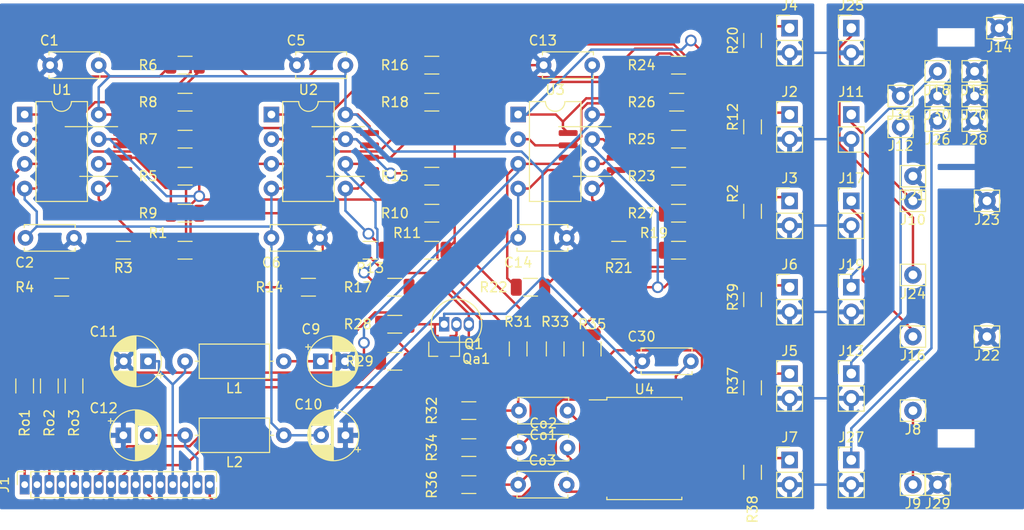
<source format=kicad_pcb>
(kicad_pcb (version 20171130) (host pcbnew "(5.1.9)-1")
  (layers (0 F.Cu signal) (31 B.Cu signal) (34 B.Paste user hide) (35 F.Paste user hide) (36 B.SilkS user hide) (37 F.SilkS user hide) (38 B.Mask user hide) (39 F.Mask user hide) (44 Edge.Cuts user hide))
  (net 0 "")
  (net 1 GND)
  (net 2 +5V)
  (net 3 -5V)
  (net 4 "Net-(C11-Pad1)")
  (net 5 "Net-(C12-Pad2)")
  (net 6 BURST)
  (net 7 VSYNC)
  (net 8 HSYNC)
  (net 9 CSYNC)
  (net 10 /B)
  (net 11 /G)
  (net 12 "Net-(J1-Pad1)")
  (net 13 "Net-(Q1-Pad3)")
  (net 14 "Net-(Q1-Pad2)")
  (net 15 Rb)
  (net 16 "Net-(R1-Pad1)")
  (net 17 "Net-(R2-Pad2)")
  (net 18 Cr)
  (net 19 "Net-(R5-Pad2)")
  (net 20 Gb)
  (net 21 "Net-(R7-Pad1)")
  (net 22 Bb)
  (net 23 "Net-(R10-Pad1)")
  (net 24 "Net-(R12-Pad2)")
  (net 25 Y)
  (net 26 "Net-(R15-Pad2)")
  (net 27 "Net-(R17-Pad1)")
  (net 28 "Net-(R19-Pad1)")
  (net 29 "Net-(R20-Pad2)")
  (net 30 Cb)
  (net 31 "Net-(R23-Pad2)")
  (net 32 "Net-(R25-Pad1)")
  (net 33 "Net-(R37-Pad2)")
  (net 34 COMP)
  (net 35 "Net-(R38-Pad2)")
  (net 36 CRMA)
  (net 37 "Net-(R39-Pad2)")
  (net 38 LUMA)
  (net 39 "Net-(Co1-Pad1)")
  (net 40 "Net-(Co2-Pad1)")
  (net 41 "Net-(Co3-Pad1)")
  (net 42 "Net-(Co1-Pad2)")
  (net 43 "Net-(Co2-Pad2)")
  (net 44 "Net-(Co3-Pad2)")
  (net 45 "Net-(R4-Pad1)")
  (net 46 "Net-(R14-Pad1)")
  (net 47 "Net-(R22-Pad1)")
  (net 48 "Net-(J8-Pad1)")
  (net 49 "Net-(J10-Pad1)")
  (net 50 "Net-(J12-Pad1)")
  (net 51 "Net-(J16-Pad1)")
  (net 52 "Net-(J18-Pad1)")
  (net 53 "Net-(J24-Pad1)")
  (net 54 "Net-(J26-Pad1)")
  (module Connector_PinSocket_1.27mm:PinSocket_1x16_P1.27mm_Vertical (layer F.Cu) (at 118.11 143.51 90)
    (fp_text reference J1 (at 0 -2.135 90) (layer F.SilkS))
    (fp_text value Conn_01x16)
    (pad 16 thru_hole roundrect (at 0 19.05 90) (size 2 1) (drill 0.7) (layers *.Cu *.Mask) (net 6 BURST))
    (pad 15 thru_hole roundrect (at 0 17.78 90) (size 2 1) (drill 0.7) (layers *.Cu *.Mask) (net 5 "Net-(C12-Pad2)"))
    (pad 14 thru_hole roundrect (at 0 16.51 90) (size 2 1) (drill 0.7) (layers *.Cu *.Mask) (net 1 GND))
    (pad 13 thru_hole roundrect (at 0 15.24 90) (size 2 1) (drill 0.7) (layers *.Cu *.Mask) (net 4 "Net-(C11-Pad1)"))
    (pad 12 thru_hole roundrect (at 0 13.97 90) (size 2 1) (drill 0.7) (layers *.Cu *.Mask) (net 1 GND))
    (pad 11 thru_hole roundrect (at 0 12.7 90) (size 2 1) (drill 0.7) (layers *.Cu *.Mask) (net 7 VSYNC))
    (pad 10 thru_hole roundrect (at 0 11.43 90) (size 2 1) (drill 0.7) (layers *.Cu *.Mask) (net 1 GND))
    (pad 9 thru_hole roundrect (at 0 10.16 90) (size 2 1) (drill 0.7) (layers *.Cu *.Mask) (net 8 HSYNC))
    (pad 8 thru_hole roundrect (at 0 8.89 90) (size 2 1) (drill 0.7) (layers *.Cu *.Mask) (net 1 GND))
    (pad 7 thru_hole roundrect (at 0 7.62 90) (size 2 1) (drill 0.7) (layers *.Cu *.Mask) (net 9 CSYNC))
    (pad 6 thru_hole roundrect (at 0 6.35 90) (size 2 1) (drill 0.7) (layers *.Cu *.Mask) (net 1 GND))
    (pad 5 thru_hole roundrect (at 0 5.08 90) (size 2 1) (drill 0.7) (layers *.Cu *.Mask) (net 10 /B))
    (pad 4 thru_hole roundrect (at 0 3.81 90) (size 2 1) (drill 0.7) (layers *.Cu *.Mask) (net 1 GND))
    (pad 3 thru_hole roundrect (at 0 2.54 90) (size 2 1) (drill 0.7) (layers *.Cu *.Mask) (net 11 /G))
    (pad 2 thru_hole roundrect (at 0 1.27 90) (size 2 1) (drill 0.7) (layers *.Cu *.Mask) (net 1 GND))
    (pad 1 thru_hole rect (at 0 0 90) (size 2 1) (drill 0.7) (layers *.Cu *.Mask) (net 12 "Net-(J1-Pad1)"))
  )
  (module Connector_Pin:Pin_D0.9mm_L10.0mm_W2.4mm_FlatFork (layer F.Cu) (at 208.28 103.505)
    (fp_text reference J31 (at 0 1.95) (layer F.SilkS))
    (fp_text value GND)
    (pad 1 thru_hole circle (at 0 0) (size 1.8 1.8) (drill 0.9) (layers *.Cu *.Mask) (net 1 GND))
  )
  (module Connector_Pin:Pin_D0.9mm_L10.0mm_W2.4mm_FlatFork (layer F.Cu) (at 212.09 103.505)
    (fp_text reference J30 (at 0 1.95) (layer F.SilkS))
    (fp_text value GND)
    (pad 1 thru_hole circle (at 0 0) (size 1.8 1.8) (drill 0.9) (layers *.Cu *.Mask) (net 1 GND))
  )
  (module Connector_Pin:Pin_D0.9mm_L10.0mm_W2.4mm_FlatFork (layer F.Cu) (at 212.09 143.51)
    (fp_text reference J29 (at 0 1.95) (layer F.SilkS))
    (fp_text value GND)
    (pad 1 thru_hole circle (at 0 0) (size 1.8 1.8) (drill 0.9) (layers *.Cu *.Mask) (net 1 GND))
  )
  (module Connector_Pin:Pin_D0.9mm_L10.0mm_W2.4mm_FlatFork (layer F.Cu) (at 215.9 106.045)
    (fp_text reference J28 (at 0 1.95) (layer F.SilkS))
    (fp_text value GND)
    (pad 1 thru_hole circle (at 0 0) (size 1.8 1.8) (drill 0.9) (layers *.Cu *.Mask) (net 1 GND))
  )
  (module Connector_PinHeader_2.54mm:PinHeader_1x02_P2.54mm_Vertical (layer F.Cu) (at 203.2 140.97)
    (fp_text reference J27 (at 0 -2.33) (layer F.SilkS))
    (fp_text value CRMA)
    (pad 2 thru_hole oval (at 0 2.54) (size 1.7 1.7) (drill 1) (layers *.Cu *.Mask) (net 1 GND))
    (pad 1 thru_hole rect (at 0 0) (size 1.7 1.7) (drill 1) (layers *.Cu *.Mask) (net 54 "Net-(J26-Pad1)"))
  )
  (module Connector_Pin:Pin_D0.9mm_L10.0mm_W2.4mm_FlatFork (layer F.Cu) (at 212.09 106.045)
    (fp_text reference J26 (at 0 1.95) (layer F.SilkS))
    (fp_text value CRMA)
    (pad 1 thru_hole circle (at 0 0) (size 1.8 1.8) (drill 0.9) (layers *.Cu *.Mask) (net 54 "Net-(J26-Pad1)"))
  )
  (module Connector_PinHeader_2.54mm:PinHeader_1x02_P2.54mm_Vertical (layer F.Cu) (at 203.2 96.52)
    (fp_text reference J25 (at 0 -2.33) (layer F.SilkS))
    (fp_text value Cb)
    (pad 2 thru_hole oval (at 0 2.54) (size 1.7 1.7) (drill 1) (layers *.Cu *.Mask) (net 1 GND))
    (pad 1 thru_hole rect (at 0 0) (size 1.7 1.7) (drill 1) (layers *.Cu *.Mask) (net 53 "Net-(J24-Pad1)"))
  )
  (module Connector_Pin:Pin_D0.9mm_L10.0mm_W2.4mm_FlatFork (layer F.Cu) (at 209.55 121.92)
    (fp_text reference J24 (at 0 1.95) (layer F.SilkS))
    (fp_text value Cb)
    (pad 1 thru_hole circle (at 0 0) (size 1.8 1.8) (drill 0.9) (layers *.Cu *.Mask) (net 53 "Net-(J24-Pad1)"))
  )
  (module Connector_Pin:Pin_D0.9mm_L10.0mm_W2.4mm_FlatFork (layer F.Cu) (at 217.17 114.3)
    (fp_text reference J23 (at 0 1.95) (layer F.SilkS))
    (fp_text value GND)
    (pad 1 thru_hole circle (at 0 0) (size 1.8 1.8) (drill 0.9) (layers *.Cu *.Mask) (net 1 GND))
  )
  (module Connector_Pin:Pin_D0.9mm_L10.0mm_W2.4mm_FlatFork (layer F.Cu) (at 217.17 128.27)
    (fp_text reference J22 (at 0 1.95) (layer F.SilkS))
    (fp_text value GND)
    (pad 1 thru_hole circle (at 0 0) (size 1.8 1.8) (drill 0.9) (layers *.Cu *.Mask) (net 1 GND))
  )
  (module Connector_Pin:Pin_D0.9mm_L10.0mm_W2.4mm_FlatFork (layer F.Cu) (at 209.55 111.76)
    (fp_text reference J21 (at 0 1.95) (layer F.SilkS))
    (fp_text value GND)
    (pad 1 thru_hole circle (at 0 0) (size 1.8 1.8) (drill 0.9) (layers *.Cu *.Mask) (net 1 GND))
  )
  (module Connector_Pin:Pin_D0.9mm_L10.0mm_W2.4mm_FlatFork (layer F.Cu) (at 215.9 103.505)
    (fp_text reference J20 (at 0 1.95) (layer F.SilkS))
    (fp_text value GND)
    (pad 1 thru_hole circle (at 0 0) (size 1.8 1.8) (drill 0.9) (layers *.Cu *.Mask) (net 1 GND))
  )
  (module Connector_PinHeader_2.54mm:PinHeader_1x02_P2.54mm_Vertical (layer F.Cu) (at 203.2 123.19)
    (fp_text reference J19 (at 0 -2.33) (layer F.SilkS))
    (fp_text value LUMA)
    (pad 2 thru_hole oval (at 0 2.54) (size 1.7 1.7) (drill 1) (layers *.Cu *.Mask) (net 1 GND))
    (pad 1 thru_hole rect (at 0 0) (size 1.7 1.7) (drill 1) (layers *.Cu *.Mask) (net 52 "Net-(J18-Pad1)"))
  )
  (module Connector_Pin:Pin_D0.9mm_L10.0mm_W2.4mm_FlatFork (layer F.Cu) (at 212.09 100.965)
    (fp_text reference J18 (at 0 1.95) (layer F.SilkS))
    (fp_text value LUMA)
    (pad 1 thru_hole circle (at 0 0) (size 1.8 1.8) (drill 0.9) (layers *.Cu *.Mask) (net 52 "Net-(J18-Pad1)"))
  )
  (module Connector_PinHeader_2.54mm:PinHeader_1x02_P2.54mm_Vertical (layer F.Cu) (at 203.2 114.3)
    (fp_text reference J17 (at 0 -2.33) (layer F.SilkS))
    (fp_text value Cr)
    (pad 2 thru_hole oval (at 0 2.54) (size 1.7 1.7) (drill 1) (layers *.Cu *.Mask) (net 1 GND))
    (pad 1 thru_hole rect (at 0 0) (size 1.7 1.7) (drill 1) (layers *.Cu *.Mask) (net 51 "Net-(J16-Pad1)"))
  )
  (module Connector_Pin:Pin_D0.9mm_L10.0mm_W2.4mm_FlatFork (layer F.Cu) (at 209.55 128.27)
    (fp_text reference J16 (at 0 1.95) (layer F.SilkS))
    (fp_text value Cr)
    (pad 1 thru_hole circle (at 0 0) (size 1.8 1.8) (drill 0.9) (layers *.Cu *.Mask) (net 51 "Net-(J16-Pad1)"))
  )
  (module Connector_Pin:Pin_D0.9mm_L10.0mm_W2.4mm_FlatFork (layer F.Cu) (at 215.9 100.965)
    (fp_text reference J15 (at 0 1.95) (layer F.SilkS))
    (fp_text value GND)
    (pad 1 thru_hole circle (at 0 0) (size 1.8 1.8) (drill 0.9) (layers *.Cu *.Mask) (net 1 GND))
  )
  (module Connector_Pin:Pin_D0.9mm_L10.0mm_W2.4mm_FlatFork (layer F.Cu) (at 218.44 96.52)
    (fp_text reference J14 (at 0 1.95) (layer F.SilkS))
    (fp_text value GND)
    (pad 1 thru_hole circle (at 0 0) (size 1.8 1.8) (drill 0.9) (layers *.Cu *.Mask) (net 1 GND))
  )
  (module Connector_PinHeader_2.54mm:PinHeader_1x02_P2.54mm_Vertical (layer F.Cu) (at 203.2 132.08)
    (fp_text reference J13 (at 0 -2.33) (layer F.SilkS))
    (fp_text value COMP)
    (pad 2 thru_hole oval (at 0 2.54) (size 1.7 1.7) (drill 1) (layers *.Cu *.Mask) (net 1 GND))
    (pad 1 thru_hole rect (at 0 0) (size 1.7 1.7) (drill 1) (layers *.Cu *.Mask) (net 50 "Net-(J12-Pad1)"))
  )
  (module Connector_Pin:Pin_D0.9mm_L10.0mm_W2.4mm_FlatFork (layer F.Cu) (at 208.28 106.68)
    (fp_text reference J12 (at 0 1.95) (layer F.SilkS))
    (fp_text value COMP)
    (pad 1 thru_hole circle (at 0 0) (size 1.8 1.8) (drill 0.9) (layers *.Cu *.Mask) (net 50 "Net-(J12-Pad1)"))
  )
  (module Connector_PinHeader_2.54mm:PinHeader_1x02_P2.54mm_Vertical (layer F.Cu) (at 203.2 105.41)
    (fp_text reference J11 (at 0 -2.33) (layer F.SilkS))
    (fp_text value Y)
    (pad 2 thru_hole oval (at 0 2.54) (size 1.7 1.7) (drill 1) (layers *.Cu *.Mask) (net 1 GND))
    (pad 1 thru_hole rect (at 0 0) (size 1.7 1.7) (drill 1) (layers *.Cu *.Mask) (net 49 "Net-(J10-Pad1)"))
  )
  (module Connector_Pin:Pin_D0.9mm_L10.0mm_W2.4mm_FlatFork (layer F.Cu) (at 209.55 114.3)
    (fp_text reference J10 (at 0 1.95) (layer F.SilkS))
    (fp_text value Y)
    (pad 1 thru_hole circle (at 0 0) (size 1.8 1.8) (drill 0.9) (layers *.Cu *.Mask) (net 49 "Net-(J10-Pad1)"))
  )
  (module Connector_Pin:Pin_D0.9mm_L10.0mm_W2.4mm_FlatFork (layer F.Cu) (at 209.55 143.51)
    (fp_text reference J9 (at 0 1.95) (layer F.SilkS))
    (fp_text value FU)
    (pad 1 thru_hole circle (at 0 0) (size 1.8 1.8) (drill 0.9) (layers *.Cu *.Mask) (net 48 "Net-(J8-Pad1)"))
  )
  (module Connector_Pin:Pin_D0.9mm_L10.0mm_W2.4mm_FlatFork (layer F.Cu) (at 209.55 135.89)
    (fp_text reference J8 (at 0 1.95) (layer F.SilkS))
    (fp_text value FU)
    (pad 1 thru_hole circle (at 0 0) (size 1.8 1.8) (drill 0.9) (layers *.Cu *.Mask) (net 48 "Net-(J8-Pad1)"))
  )
  (module Capacitor_THT:C_Disc_D5.0mm_W2.5mm_P5.00mm (layer F.Cu) (at 173.99 135.89 180)
    (fp_text reference Co1 (at 2.5 -2.5) (layer F.SilkS))
    (fp_text value 100n)
    (pad 2 thru_hole circle (at 5 0 180) (size 1.6 1.6) (drill 0.8) (layers *.Cu *.Mask) (net 42 "Net-(Co1-Pad2)"))
    (pad 1 thru_hole circle (at 0 0 180) (size 1.6 1.6) (drill 0.8) (layers *.Cu *.Mask) (net 39 "Net-(Co1-Pad1)"))
  )
  (module Package_TO_SOT_SMD:SOT-23 (layer F.Cu) (at 161.29 129.54 270)
    (fp_text reference Qa1 (at 1.016 -3.302 180) (layer F.SilkS))
    (fp_text value MMBT3906)
    (pad 3 smd rect (at 1 0 270) (size 0.9 0.8) (layers F.Cu F.Paste F.Mask) (net 13 "Net-(Q1-Pad3)"))
    (pad 2 smd rect (at -1 0.95 270) (size 0.9 0.8) (layers F.Cu F.Paste F.Mask) (net 2 +5V))
    (pad 1 smd rect (at -1 -0.95 270) (size 0.9 0.8) (layers F.Cu F.Paste F.Mask) (net 14 "Net-(Q1-Pad2)"))
  )
  (module Package_SO:SOIC-16W_7.5x10.3mm_P1.27mm (layer F.Cu) (at 181.898 139.79)
    (fp_text reference U4 (at 0 -6.1) (layer F.SilkS))
    (fp_text value AD724JRZ-R7)
    (pad 16 smd roundrect (at 4.65 -4.445) (size 2.05 0.6) (layers F.Cu F.Paste F.Mask) (net 8 HSYNC))
    (pad 15 smd roundrect (at 4.65 -3.175) (size 2.05 0.6) (layers F.Cu F.Paste F.Mask) (net 7 VSYNC))
    (pad 14 smd roundrect (at 4.65 -1.905) (size 2.05 0.6) (layers F.Cu F.Paste F.Mask) (net 2 +5V))
    (pad 13 smd roundrect (at 4.65 -0.635) (size 2.05 0.6) (layers F.Cu F.Paste F.Mask) (net 1 GND))
    (pad 12 smd roundrect (at 4.65 0.635) (size 2.05 0.6) (layers F.Cu F.Paste F.Mask) (net 1 GND))
    (pad 11 smd roundrect (at 4.65 1.905) (size 2.05 0.6) (layers F.Cu F.Paste F.Mask) (net 37 "Net-(R39-Pad2)"))
    (pad 10 smd roundrect (at 4.65 3.175) (size 2.05 0.6) (layers F.Cu F.Paste F.Mask) (net 33 "Net-(R37-Pad2)"))
    (pad 9 smd roundrect (at 4.65 4.445) (size 2.05 0.6) (layers F.Cu F.Paste F.Mask) (net 35 "Net-(R38-Pad2)"))
    (pad 8 smd roundrect (at -4.65 4.445) (size 2.05 0.6) (layers F.Cu F.Paste F.Mask) (net 44 "Net-(Co3-Pad2)"))
    (pad 7 smd roundrect (at -4.65 3.175) (size 2.05 0.6) (layers F.Cu F.Paste F.Mask) (net 43 "Net-(Co2-Pad2)"))
    (pad 6 smd roundrect (at -4.65 1.905) (size 2.05 0.6) (layers F.Cu F.Paste F.Mask) (net 39 "Net-(Co1-Pad1)"))
    (pad 5 smd roundrect (at -4.65 0.635) (size 2.05 0.6) (layers F.Cu F.Paste F.Mask) (net 2 +5V))
    (pad 4 smd roundrect (at -4.65 -0.635) (size 2.05 0.6) (layers F.Cu F.Paste F.Mask) (net 2 +5V))
    (pad 3 smd roundrect (at -4.65 -1.905) (size 2.05 0.6) (layers F.Cu F.Paste F.Mask) (net 6 BURST))
    (pad 2 smd roundrect (at -4.65 -3.175) (size 2.05 0.6) (layers F.Cu F.Paste F.Mask) (net 1 GND))
    (pad 1 smd roundrect (at -4.65 -4.445) (size 2.05 0.6) (layers F.Cu F.Paste F.Mask) (net 1 GND))
  )
  (module "Twin DIP/SOIC:DIP-8_W7.62mm_SOIC-8" (layer F.Cu) (at 168.91 105.41)
    (fp_text reference U3 (at 3.81 -2.54) (layer F.SilkS))
    (fp_text value AD8056ANZ)
    (pad 4 smd roundrect (at 5.145 5.715) (size 1.95 0.6) (layers F.Cu F.Paste F.Mask) (net 3 -5V))
    (pad 6 smd roundrect (at 10.095 4.445) (size 1.95 0.6) (layers F.Cu F.Paste F.Mask) (net 32 "Net-(R25-Pad1)"))
    (pad 8 smd roundrect (at 10.095 1.905) (size 1.95 0.6) (layers F.Cu F.Paste F.Mask) (net 2 +5V))
    (pad 2 smd roundrect (at 5.145 3.175) (size 1.95 0.6) (layers F.Cu F.Paste F.Mask) (net 31 "Net-(R23-Pad2)"))
    (pad 7 smd roundrect (at 10.095 3.175) (size 1.95 0.6) (layers F.Cu F.Paste F.Mask) (net 22 Bb))
    (pad 3 smd roundrect (at 5.145 4.445) (size 1.95 0.6) (layers F.Cu F.Paste F.Mask) (net 47 "Net-(R22-Pad1)"))
    (pad 1 smd roundrect (at 5.145 1.905) (size 1.95 0.6) (layers F.Cu F.Paste F.Mask) (net 29 "Net-(R20-Pad2)"))
    (pad 5 smd roundrect (at 10.095 5.715) (size 1.95 0.6) (layers F.Cu F.Paste F.Mask) (net 28 "Net-(R19-Pad1)"))
    (pad 5 thru_hole oval (at 7.62 7.62) (size 1.6 1.6) (drill 0.8) (layers *.Cu *.Mask) (net 28 "Net-(R19-Pad1)"))
    (pad 2 thru_hole oval (at 0 2.54) (size 1.6 1.6) (drill 0.8) (layers *.Cu *.Mask) (net 31 "Net-(R23-Pad2)"))
    (pad 6 thru_hole oval (at 7.62 5.08) (size 1.6 1.6) (drill 0.8) (layers *.Cu *.Mask) (net 32 "Net-(R25-Pad1)"))
    (pad 3 thru_hole oval (at 0 5.08) (size 1.6 1.6) (drill 0.8) (layers *.Cu *.Mask) (net 47 "Net-(R22-Pad1)"))
    (pad 4 thru_hole oval (at 0 7.62) (size 1.6 1.6) (drill 0.8) (layers *.Cu *.Mask) (net 3 -5V))
    (pad 8 thru_hole oval (at 7.62 0) (size 1.6 1.6) (drill 0.8) (layers *.Cu *.Mask) (net 2 +5V))
    (pad 7 thru_hole oval (at 7.62 2.54) (size 1.6 1.6) (drill 0.8) (layers *.Cu *.Mask) (net 22 Bb))
    (pad 1 thru_hole rect (at 0 0) (size 1.6 1.6) (drill 0.8) (layers *.Cu *.Mask) (net 29 "Net-(R20-Pad2)"))
  )
  (module "Twin DIP/SOIC:DIP-8_W7.62mm_SOIC-8" (layer F.Cu) (at 143.51 105.41)
    (fp_text reference U2 (at 3.81 -2.54) (layer F.SilkS))
    (fp_text value AD8056ANZ)
    (pad 4 smd roundrect (at 5.145 5.715) (size 1.95 0.6) (layers F.Cu F.Paste F.Mask) (net 3 -5V))
    (pad 6 smd roundrect (at 10.095 4.445) (size 1.95 0.6) (layers F.Cu F.Paste F.Mask) (net 27 "Net-(R17-Pad1)"))
    (pad 8 smd roundrect (at 10.095 1.905) (size 1.95 0.6) (layers F.Cu F.Paste F.Mask) (net 2 +5V))
    (pad 2 smd roundrect (at 5.145 3.175) (size 1.95 0.6) (layers F.Cu F.Paste F.Mask) (net 26 "Net-(R15-Pad2)"))
    (pad 7 smd roundrect (at 10.095 3.175) (size 1.95 0.6) (layers F.Cu F.Paste F.Mask) (net 20 Gb))
    (pad 3 smd roundrect (at 5.145 4.445) (size 1.95 0.6) (layers F.Cu F.Paste F.Mask) (net 46 "Net-(R14-Pad1)"))
    (pad 1 smd roundrect (at 5.145 1.905) (size 1.95 0.6) (layers F.Cu F.Paste F.Mask) (net 24 "Net-(R12-Pad2)"))
    (pad 5 smd roundrect (at 10.095 5.715) (size 1.95 0.6) (layers F.Cu F.Paste F.Mask) (net 23 "Net-(R10-Pad1)"))
    (pad 5 thru_hole oval (at 7.62 7.62) (size 1.6 1.6) (drill 0.8) (layers *.Cu *.Mask) (net 23 "Net-(R10-Pad1)"))
    (pad 2 thru_hole oval (at 0 2.54) (size 1.6 1.6) (drill 0.8) (layers *.Cu *.Mask) (net 26 "Net-(R15-Pad2)"))
    (pad 6 thru_hole oval (at 7.62 5.08) (size 1.6 1.6) (drill 0.8) (layers *.Cu *.Mask) (net 27 "Net-(R17-Pad1)"))
    (pad 3 thru_hole oval (at 0 5.08) (size 1.6 1.6) (drill 0.8) (layers *.Cu *.Mask) (net 46 "Net-(R14-Pad1)"))
    (pad 4 thru_hole oval (at 0 7.62) (size 1.6 1.6) (drill 0.8) (layers *.Cu *.Mask) (net 3 -5V))
    (pad 8 thru_hole oval (at 7.62 0) (size 1.6 1.6) (drill 0.8) (layers *.Cu *.Mask) (net 2 +5V))
    (pad 7 thru_hole oval (at 7.62 2.54) (size 1.6 1.6) (drill 0.8) (layers *.Cu *.Mask) (net 20 Gb))
    (pad 1 thru_hole rect (at 0 0) (size 1.6 1.6) (drill 0.8) (layers *.Cu *.Mask) (net 24 "Net-(R12-Pad2)"))
  )
  (module "Twin DIP/SOIC:DIP-8_W7.62mm_SOIC-8" (layer F.Cu) (at 118.11 105.41)
    (fp_text reference U1 (at 3.81 -2.54) (layer F.SilkS))
    (fp_text value AD8056ANZ)
    (pad 4 smd roundrect (at 5.145 5.715) (size 1.95 0.6) (layers F.Cu F.Paste F.Mask) (net 3 -5V))
    (pad 6 smd roundrect (at 10.095 4.445) (size 1.95 0.6) (layers F.Cu F.Paste F.Mask) (net 21 "Net-(R7-Pad1)"))
    (pad 8 smd roundrect (at 10.095 1.905) (size 1.95 0.6) (layers F.Cu F.Paste F.Mask) (net 2 +5V))
    (pad 2 smd roundrect (at 5.145 3.175) (size 1.95 0.6) (layers F.Cu F.Paste F.Mask) (net 19 "Net-(R5-Pad2)"))
    (pad 7 smd roundrect (at 10.095 3.175) (size 1.95 0.6) (layers F.Cu F.Paste F.Mask) (net 15 Rb))
    (pad 3 smd roundrect (at 5.145 4.445) (size 1.95 0.6) (layers F.Cu F.Paste F.Mask) (net 45 "Net-(R4-Pad1)"))
    (pad 1 smd roundrect (at 5.145 1.905) (size 1.95 0.6) (layers F.Cu F.Paste F.Mask) (net 17 "Net-(R2-Pad2)"))
    (pad 5 smd roundrect (at 10.095 5.715) (size 1.95 0.6) (layers F.Cu F.Paste F.Mask) (net 16 "Net-(R1-Pad1)"))
    (pad 5 thru_hole oval (at 7.62 7.62) (size 1.6 1.6) (drill 0.8) (layers *.Cu *.Mask) (net 16 "Net-(R1-Pad1)"))
    (pad 2 thru_hole oval (at 0 2.54) (size 1.6 1.6) (drill 0.8) (layers *.Cu *.Mask) (net 19 "Net-(R5-Pad2)"))
    (pad 6 thru_hole oval (at 7.62 5.08) (size 1.6 1.6) (drill 0.8) (layers *.Cu *.Mask) (net 21 "Net-(R7-Pad1)"))
    (pad 3 thru_hole oval (at 0 5.08) (size 1.6 1.6) (drill 0.8) (layers *.Cu *.Mask) (net 45 "Net-(R4-Pad1)"))
    (pad 4 thru_hole oval (at 0 7.62) (size 1.6 1.6) (drill 0.8) (layers *.Cu *.Mask) (net 3 -5V))
    (pad 8 thru_hole oval (at 7.62 0) (size 1.6 1.6) (drill 0.8) (layers *.Cu *.Mask) (net 2 +5V))
    (pad 7 thru_hole oval (at 7.62 2.54) (size 1.6 1.6) (drill 0.8) (layers *.Cu *.Mask) (net 15 Rb))
    (pad 1 thru_hole rect (at 0 0) (size 1.6 1.6) (drill 0.8) (layers *.Cu *.Mask) (net 17 "Net-(R2-Pad2)"))
  )
  (module Resistor_SMD:R_1206_3216Metric (layer F.Cu) (at 193.04 124.46 270)
    (fp_text reference R39 (at -0.254 2.032 90) (layer F.SilkS))
    (fp_text value 75)
    (pad 2 smd roundrect (at 1.4625 0 270) (size 1.125 1.75) (layers F.Cu F.Paste F.Mask) (roundrect_rratio 0.2222204444444444) (net 37 "Net-(R39-Pad2)"))
    (pad 1 smd roundrect (at -1.4625 0 270) (size 1.125 1.75) (layers F.Cu F.Paste F.Mask) (roundrect_rratio 0.2222204444444444) (net 38 LUMA))
  )
  (module Resistor_SMD:R_1206_3216Metric (layer F.Cu) (at 193.04 142.24 270)
    (fp_text reference R38 (at 3.81 0 90) (layer F.SilkS))
    (fp_text value 75)
    (pad 2 smd roundrect (at 1.4625 0 270) (size 1.125 1.75) (layers F.Cu F.Paste F.Mask) (roundrect_rratio 0.2222204444444444) (net 35 "Net-(R38-Pad2)"))
    (pad 1 smd roundrect (at -1.4625 0 270) (size 1.125 1.75) (layers F.Cu F.Paste F.Mask) (roundrect_rratio 0.2222204444444444) (net 36 CRMA))
  )
  (module Resistor_SMD:R_1206_3216Metric (layer F.Cu) (at 193.04 133.542 270)
    (fp_text reference R37 (at -0.7005 2.032 90) (layer F.SilkS))
    (fp_text value 75)
    (pad 2 smd roundrect (at 1.4625 0 270) (size 1.125 1.75) (layers F.Cu F.Paste F.Mask) (roundrect_rratio 0.2222204444444444) (net 33 "Net-(R37-Pad2)"))
    (pad 1 smd roundrect (at -1.4625 0 270) (size 1.125 1.75) (layers F.Cu F.Paste F.Mask) (roundrect_rratio 0.2222204444444444) (net 34 COMP))
  )
  (module Resistor_SMD:R_1206_3216Metric (layer F.Cu) (at 163.83 143.51)
    (fp_text reference R36 (at -3.81 0 270) (layer F.SilkS))
    (fp_text value 1k)
    (pad 2 smd roundrect (at 1.4625 0) (size 1.125 1.75) (layers F.Cu F.Paste F.Mask) (roundrect_rratio 0.2222204444444444) (net 41 "Net-(Co3-Pad1)"))
    (pad 1 smd roundrect (at -1.4625 0) (size 1.125 1.75) (layers F.Cu F.Paste F.Mask) (roundrect_rratio 0.2222204444444444) (net 1 GND))
  )
  (module Resistor_SMD:R_1206_3216Metric (layer F.Cu) (at 176.53 129.54 90)
    (fp_text reference R35 (at 2.54 0 180) (layer F.SilkS))
    (fp_text value 1k)
    (pad 2 smd roundrect (at 1.4625 0 90) (size 1.125 1.75) (layers F.Cu F.Paste F.Mask) (roundrect_rratio 0.2222204444444444) (net 22 Bb))
    (pad 1 smd roundrect (at -1.4625 0 90) (size 1.125 1.75) (layers F.Cu F.Paste F.Mask) (roundrect_rratio 0.2222204444444444) (net 41 "Net-(Co3-Pad1)"))
  )
  (module Resistor_SMD:R_1206_3216Metric (layer F.Cu) (at 163.83 139.7)
    (fp_text reference R34 (at -3.81 0 270) (layer F.SilkS))
    (fp_text value 1k)
    (pad 2 smd roundrect (at 1.4625 0) (size 1.125 1.75) (layers F.Cu F.Paste F.Mask) (roundrect_rratio 0.2222204444444444) (net 40 "Net-(Co2-Pad1)"))
    (pad 1 smd roundrect (at -1.4625 0) (size 1.125 1.75) (layers F.Cu F.Paste F.Mask) (roundrect_rratio 0.2222204444444444) (net 1 GND))
  )
  (module Resistor_SMD:R_1206_3216Metric (layer F.Cu) (at 172.72 129.54 90)
    (fp_text reference R33 (at 2.794 0 180) (layer F.SilkS))
    (fp_text value 1k)
    (pad 2 smd roundrect (at 1.4625 0 90) (size 1.125 1.75) (layers F.Cu F.Paste F.Mask) (roundrect_rratio 0.2222204444444444) (net 20 Gb))
    (pad 1 smd roundrect (at -1.4625 0 90) (size 1.125 1.75) (layers F.Cu F.Paste F.Mask) (roundrect_rratio 0.2222204444444444) (net 40 "Net-(Co2-Pad1)"))
  )
  (module Resistor_SMD:R_1206_3216Metric (layer F.Cu) (at 163.83 135.89)
    (fp_text reference R32 (at -3.81 0 270) (layer F.SilkS))
    (fp_text value 1k)
    (pad 2 smd roundrect (at 1.4625 0) (size 1.125 1.75) (layers F.Cu F.Paste F.Mask) (roundrect_rratio 0.2222204444444444) (net 42 "Net-(Co1-Pad2)"))
    (pad 1 smd roundrect (at -1.4625 0) (size 1.125 1.75) (layers F.Cu F.Paste F.Mask) (roundrect_rratio 0.2222204444444444) (net 1 GND))
  )
  (module Resistor_SMD:R_1206_3216Metric (layer F.Cu) (at 168.91 129.54 90)
    (fp_text reference R31 (at 2.794 0 180) (layer F.SilkS))
    (fp_text value 1k)
    (pad 2 smd roundrect (at 1.4625 0 90) (size 1.125 1.75) (layers F.Cu F.Paste F.Mask) (roundrect_rratio 0.2222204444444444) (net 15 Rb))
    (pad 1 smd roundrect (at -1.4625 0 90) (size 1.125 1.75) (layers F.Cu F.Paste F.Mask) (roundrect_rratio 0.2222204444444444) (net 42 "Net-(Co1-Pad2)"))
  )
  (module Resistor_SMD:R_1206_3216Metric (layer F.Cu) (at 128.27 119.38 180)
    (fp_text reference R3 (at 0 -1.82) (layer F.SilkS))
    (fp_text value 100)
    (pad 2 smd roundrect (at 1.4625 0 180) (size 1.125 1.75) (layers F.Cu F.Paste F.Mask) (roundrect_rratio 0.2222204444444444) (net 1 GND))
    (pad 1 smd roundrect (at -1.4625 0 180) (size 1.125 1.75) (layers F.Cu F.Paste F.Mask) (roundrect_rratio 0.2222204444444444) (net 16 "Net-(R1-Pad1)"))
  )
  (module Resistor_SMD:R_1206_3216Metric (layer F.Cu) (at 156.21 130.81 180)
    (fp_text reference R29 (at 3.6175 0) (layer F.SilkS))
    (fp_text value 10k)
    (pad 2 smd roundrect (at 1.4625 0 180) (size 1.125 1.75) (layers F.Cu F.Paste F.Mask) (roundrect_rratio 0.2222204444444444) (net 9 CSYNC))
    (pad 1 smd roundrect (at -1.4625 0 180) (size 1.125 1.75) (layers F.Cu F.Paste F.Mask) (roundrect_rratio 0.2222204444444444) (net 14 "Net-(Q1-Pad2)"))
  )
  (module Resistor_SMD:R_1206_3216Metric (layer F.Cu) (at 156.21 127 180)
    (fp_text reference R28 (at 3.81 0) (layer F.SilkS))
    (fp_text value 10k)
    (pad 2 smd roundrect (at 1.4625 0 180) (size 1.125 1.75) (layers F.Cu F.Paste F.Mask) (roundrect_rratio 0.2222204444444444) (net 14 "Net-(Q1-Pad2)"))
    (pad 1 smd roundrect (at -1.4625 0 180) (size 1.125 1.75) (layers F.Cu F.Paste F.Mask) (roundrect_rratio 0.2222204444444444) (net 2 +5V))
  )
  (module Resistor_SMD:R_1206_3216Metric (layer F.Cu) (at 185.42 115.57)
    (fp_text reference R27 (at -3.81 0) (layer F.SilkS))
    (fp_text value 1.43k)
    (pad 2 smd roundrect (at 1.4625 0) (size 1.125 1.75) (layers F.Cu F.Paste F.Mask) (roundrect_rratio 0.2222204444444444) (net 20 Gb))
    (pad 1 smd roundrect (at -1.4625 0) (size 1.125 1.75) (layers F.Cu F.Paste F.Mask) (roundrect_rratio 0.2222204444444444) (net 32 "Net-(R25-Pad1)"))
  )
  (module Resistor_SMD:R_1206_3216Metric (layer F.Cu) (at 185.228 104.14)
    (fp_text reference R26 (at -3.6175 0) (layer F.SilkS))
    (fp_text value 470)
    (pad 2 smd roundrect (at 1.4625 0) (size 1.125 1.75) (layers F.Cu F.Paste F.Mask) (roundrect_rratio 0.2222204444444444) (net 32 "Net-(R25-Pad1)"))
    (pad 1 smd roundrect (at -1.4625 0) (size 1.125 1.75) (layers F.Cu F.Paste F.Mask) (roundrect_rratio 0.2222204444444444) (net 29 "Net-(R20-Pad2)"))
  )
  (module Resistor_SMD:R_1206_3216Metric (layer F.Cu) (at 185.42 107.95)
    (fp_text reference R25 (at -3.81 0) (layer F.SilkS))
    (fp_text value 2.77k)
    (pad 2 smd roundrect (at 1.4625 0) (size 1.125 1.75) (layers F.Cu F.Paste F.Mask) (roundrect_rratio 0.2222204444444444) (net 15 Rb))
    (pad 1 smd roundrect (at -1.4625 0) (size 1.125 1.75) (layers F.Cu F.Paste F.Mask) (roundrect_rratio 0.2222204444444444) (net 32 "Net-(R25-Pad1)"))
  )
  (module Resistor_SMD:R_1206_3216Metric (layer F.Cu) (at 185.42 100.33)
    (fp_text reference R24 (at -3.81 0) (layer F.SilkS))
    (fp_text value 470)
    (pad 2 smd roundrect (at 1.4625 0) (size 1.125 1.75) (layers F.Cu F.Paste F.Mask) (roundrect_rratio 0.2222204444444444) (net 1 GND))
    (pad 1 smd roundrect (at -1.4625 0) (size 1.125 1.75) (layers F.Cu F.Paste F.Mask) (roundrect_rratio 0.2222204444444444) (net 31 "Net-(R23-Pad2)"))
  )
  (module Resistor_SMD:R_1206_3216Metric (layer F.Cu) (at 185.42 111.76)
    (fp_text reference R23 (at -3.81 0) (layer F.SilkS))
    (fp_text value 470)
    (pad 2 smd roundrect (at 1.4625 0) (size 1.125 1.75) (layers F.Cu F.Paste F.Mask) (roundrect_rratio 0.2222204444444444) (net 31 "Net-(R23-Pad2)"))
    (pad 1 smd roundrect (at -1.4625 0) (size 1.125 1.75) (layers F.Cu F.Paste F.Mask) (roundrect_rratio 0.2222204444444444) (net 22 Bb))
  )
  (module Resistor_SMD:R_1206_3216Metric (layer F.Cu) (at 170.18 123.19)
    (fp_text reference R22 (at -3.81 0) (layer F.SilkS))
    (fp_text value 75)
    (pad 2 smd roundrect (at 1.4625 0) (size 1.125 1.75) (layers F.Cu F.Paste F.Mask) (roundrect_rratio 0.2222204444444444) (net 1 GND))
    (pad 1 smd roundrect (at -1.4625 0) (size 1.125 1.75) (layers F.Cu F.Paste F.Mask) (roundrect_rratio 0.2222204444444444) (net 47 "Net-(R22-Pad1)"))
  )
  (module Resistor_SMD:R_1206_3216Metric (layer F.Cu) (at 179.262 119.38 180)
    (fp_text reference R21 (at 0 -1.82) (layer F.SilkS))
    (fp_text value 100)
    (pad 2 smd roundrect (at 1.4625 0 180) (size 1.125 1.75) (layers F.Cu F.Paste F.Mask) (roundrect_rratio 0.2222204444444444) (net 1 GND))
    (pad 1 smd roundrect (at -1.4625 0 180) (size 1.125 1.75) (layers F.Cu F.Paste F.Mask) (roundrect_rratio 0.2222204444444444) (net 28 "Net-(R19-Pad1)"))
  )
  (module Resistor_SMD:R_1206_3216Metric (layer F.Cu) (at 193.04 97.79 270)
    (fp_text reference R20 (at 0 2.032 90) (layer F.SilkS))
    (fp_text value 75)
    (pad 2 smd roundrect (at 1.4625 0 270) (size 1.125 1.75) (layers F.Cu F.Paste F.Mask) (roundrect_rratio 0.2222204444444444) (net 29 "Net-(R20-Pad2)"))
    (pad 1 smd roundrect (at -1.4625 0 270) (size 1.125 1.75) (layers F.Cu F.Paste F.Mask) (roundrect_rratio 0.2222204444444444) (net 30 Cb))
  )
  (module Resistor_SMD:R_1206_3216Metric (layer F.Cu) (at 185.42 119.38)
    (fp_text reference R19 (at -2.54 -1.778) (layer F.SilkS))
    (fp_text value 200)
    (pad 2 smd roundrect (at 1.4625 0) (size 1.125 1.75) (layers F.Cu F.Paste F.Mask) (roundrect_rratio 0.2222204444444444) (net 22 Bb))
    (pad 1 smd roundrect (at -1.4625 0) (size 1.125 1.75) (layers F.Cu F.Paste F.Mask) (roundrect_rratio 0.2222204444444444) (net 28 "Net-(R19-Pad1)"))
  )
  (module Resistor_SMD:R_1206_3216Metric (layer F.Cu) (at 160.02 104.14)
    (fp_text reference R18 (at -3.81 0) (layer F.SilkS))
    (fp_text value 200)
    (pad 2 smd roundrect (at 1.4625 0) (size 1.125 1.75) (layers F.Cu F.Paste F.Mask) (roundrect_rratio 0.2222204444444444) (net 27 "Net-(R17-Pad1)"))
    (pad 1 smd roundrect (at -1.4625 0) (size 1.125 1.75) (layers F.Cu F.Paste F.Mask) (roundrect_rratio 0.2222204444444444) (net 24 "Net-(R12-Pad2)"))
  )
  (module Resistor_SMD:R_1206_3216Metric (layer F.Cu) (at 156.21 123.19)
    (fp_text reference R17 (at -3.81 0) (layer F.SilkS))
    (fp_text value 1.8k)
    (pad 2 smd roundrect (at 1.4625 0) (size 1.125 1.75) (layers F.Cu F.Paste F.Mask) (roundrect_rratio 0.2222204444444444) (net 13 "Net-(Q1-Pad3)"))
    (pad 1 smd roundrect (at -1.4625 0) (size 1.125 1.75) (layers F.Cu F.Paste F.Mask) (roundrect_rratio 0.2222204444444444) (net 27 "Net-(R17-Pad1)"))
  )
  (module Resistor_SMD:R_1206_3216Metric (layer F.Cu) (at 160.02 100.33)
    (fp_text reference R16 (at -3.81 0) (layer F.SilkS))
    (fp_text value 470)
    (pad 2 smd roundrect (at 1.4625 0) (size 1.125 1.75) (layers F.Cu F.Paste F.Mask) (roundrect_rratio 0.2222204444444444) (net 1 GND))
    (pad 1 smd roundrect (at -1.4625 0) (size 1.125 1.75) (layers F.Cu F.Paste F.Mask) (roundrect_rratio 0.2222204444444444) (net 26 "Net-(R15-Pad2)"))
  )
  (module Resistor_SMD:R_1206_3216Metric (layer F.Cu) (at 160.02 111.76)
    (fp_text reference R15 (at -3.81 0) (layer F.SilkS))
    (fp_text value 470)
    (pad 2 smd roundrect (at 1.4625 0) (size 1.125 1.75) (layers F.Cu F.Paste F.Mask) (roundrect_rratio 0.2222204444444444) (net 26 "Net-(R15-Pad2)"))
    (pad 1 smd roundrect (at -1.4625 0) (size 1.125 1.75) (layers F.Cu F.Paste F.Mask) (roundrect_rratio 0.2222204444444444) (net 20 Gb))
  )
  (module Resistor_SMD:R_1206_3216Metric (layer F.Cu) (at 147.32 123.19)
    (fp_text reference R14 (at -4.0025 0) (layer F.SilkS))
    (fp_text value 75)
    (pad 2 smd roundrect (at 1.4625 0) (size 1.125 1.75) (layers F.Cu F.Paste F.Mask) (roundrect_rratio 0.2222204444444444) (net 1 GND))
    (pad 1 smd roundrect (at -1.4625 0) (size 1.125 1.75) (layers F.Cu F.Paste F.Mask) (roundrect_rratio 0.2222204444444444) (net 46 "Net-(R14-Pad1)"))
  )
  (module Resistor_SMD:R_1206_3216Metric (layer F.Cu) (at 153.67 119.38 180)
    (fp_text reference R13 (at 0 -1.82) (layer F.SilkS))
    (fp_text value 2.26k)
    (pad 2 smd roundrect (at 1.4625 0 180) (size 1.125 1.75) (layers F.Cu F.Paste F.Mask) (roundrect_rratio 0.2222204444444444) (net 22 Bb))
    (pad 1 smd roundrect (at -1.4625 0 180) (size 1.125 1.75) (layers F.Cu F.Paste F.Mask) (roundrect_rratio 0.2222204444444444) (net 23 "Net-(R10-Pad1)"))
  )
  (module Resistor_SMD:R_1206_3216Metric (layer F.Cu) (at 193.04 106.68 270)
    (fp_text reference R12 (at -1.016 2.032 90) (layer F.SilkS))
    (fp_text value 75)
    (pad 2 smd roundrect (at 1.4625 0 270) (size 1.125 1.75) (layers F.Cu F.Paste F.Mask) (roundrect_rratio 0.2222204444444444) (net 24 "Net-(R12-Pad2)"))
    (pad 1 smd roundrect (at -1.4625 0 270) (size 1.125 1.75) (layers F.Cu F.Paste F.Mask) (roundrect_rratio 0.2222204444444444) (net 25 Y))
  )
  (module Resistor_SMD:R_1206_3216Metric (layer F.Cu) (at 160.02 119.38)
    (fp_text reference R11 (at -2.54 -1.778) (layer F.SilkS))
    (fp_text value 422)
    (pad 2 smd roundrect (at 1.4625 0) (size 1.125 1.75) (layers F.Cu F.Paste F.Mask) (roundrect_rratio 0.2222204444444444) (net 20 Gb))
    (pad 1 smd roundrect (at -1.4625 0) (size 1.125 1.75) (layers F.Cu F.Paste F.Mask) (roundrect_rratio 0.2222204444444444) (net 23 "Net-(R10-Pad1)"))
  )
  (module Resistor_SMD:R_1206_3216Metric (layer F.Cu) (at 160.02 115.57)
    (fp_text reference R10 (at -3.81 0) (layer F.SilkS))
    (fp_text value 835)
    (pad 2 smd roundrect (at 1.4625 0) (size 1.125 1.75) (layers F.Cu F.Paste F.Mask) (roundrect_rratio 0.2222204444444444) (net 15 Rb))
    (pad 1 smd roundrect (at -1.4625 0) (size 1.125 1.75) (layers F.Cu F.Paste F.Mask) (roundrect_rratio 0.2222204444444444) (net 23 "Net-(R10-Pad1)"))
  )
  (module Resistor_SMD:R_1206_3216Metric (layer F.Cu) (at 134.62 115.57)
    (fp_text reference R9 (at -3.81 0) (layer F.SilkS))
    (fp_text value 6.04k)
    (pad 2 smd roundrect (at 1.4625 0) (size 1.125 1.75) (layers F.Cu F.Paste F.Mask) (roundrect_rratio 0.2222204444444444) (net 22 Bb))
    (pad 1 smd roundrect (at -1.4625 0) (size 1.125 1.75) (layers F.Cu F.Paste F.Mask) (roundrect_rratio 0.2222204444444444) (net 21 "Net-(R7-Pad1)"))
  )
  (module Resistor_SMD:R_1206_3216Metric (layer F.Cu) (at 134.62 104.14)
    (fp_text reference R8 (at -3.81 0) (layer F.SilkS))
    (fp_text value 470)
    (pad 2 smd roundrect (at 1.4625 0) (size 1.125 1.75) (layers F.Cu F.Paste F.Mask) (roundrect_rratio 0.2222204444444444) (net 21 "Net-(R7-Pad1)"))
    (pad 1 smd roundrect (at -1.4625 0) (size 1.125 1.75) (layers F.Cu F.Paste F.Mask) (roundrect_rratio 0.2222204444444444) (net 17 "Net-(R2-Pad2)"))
  )
  (module Resistor_SMD:R_1206_3216Metric (layer F.Cu) (at 134.62 107.95)
    (fp_text reference R7 (at -3.81 0) (layer F.SilkS))
    (fp_text value 1.13k)
    (pad 2 smd roundrect (at 1.4625 0) (size 1.125 1.75) (layers F.Cu F.Paste F.Mask) (roundrect_rratio 0.2222204444444444) (net 20 Gb))
    (pad 1 smd roundrect (at -1.4625 0) (size 1.125 1.75) (layers F.Cu F.Paste F.Mask) (roundrect_rratio 0.2222204444444444) (net 21 "Net-(R7-Pad1)"))
  )
  (module Resistor_SMD:R_1206_3216Metric (layer F.Cu) (at 134.62 100.33 180)
    (fp_text reference R6 (at 3.81 0) (layer F.SilkS))
    (fp_text value 470)
    (pad 2 smd roundrect (at 1.4625 0 180) (size 1.125 1.75) (layers F.Cu F.Paste F.Mask) (roundrect_rratio 0.2222204444444444) (net 1 GND))
    (pad 1 smd roundrect (at -1.4625 0 180) (size 1.125 1.75) (layers F.Cu F.Paste F.Mask) (roundrect_rratio 0.2222204444444444) (net 19 "Net-(R5-Pad2)"))
  )
  (module Resistor_SMD:R_1206_3216Metric (layer F.Cu) (at 134.62 111.76 180)
    (fp_text reference R5 (at 3.81 0) (layer F.SilkS))
    (fp_text value 470)
    (pad 2 smd roundrect (at 1.4625 0 180) (size 1.125 1.75) (layers F.Cu F.Paste F.Mask) (roundrect_rratio 0.2222204444444444) (net 19 "Net-(R5-Pad2)"))
    (pad 1 smd roundrect (at -1.4625 0 180) (size 1.125 1.75) (layers F.Cu F.Paste F.Mask) (roundrect_rratio 0.2222204444444444) (net 15 Rb))
  )
  (module Resistor_SMD:R_1206_3216Metric (layer F.Cu) (at 121.92 123.19)
    (fp_text reference R4 (at -3.81 0) (layer F.SilkS))
    (fp_text value 75)
    (pad 2 smd roundrect (at 1.4625 0) (size 1.125 1.75) (layers F.Cu F.Paste F.Mask) (roundrect_rratio 0.2222204444444444) (net 1 GND))
    (pad 1 smd roundrect (at -1.4625 0) (size 1.125 1.75) (layers F.Cu F.Paste F.Mask) (roundrect_rratio 0.2222204444444444) (net 45 "Net-(R4-Pad1)"))
  )
  (module Resistor_SMD:R_1206_3216Metric (layer F.Cu) (at 123.19 133.35 270)
    (fp_text reference Ro3 (at 3.81 0 90) (layer F.SilkS))
    (fp_text value 1k)
    (pad 2 smd roundrect (at 1.4625 0 270) (size 1.125 1.75) (layers F.Cu F.Paste F.Mask) (roundrect_rratio 0.2222204444444444) (net 10 /B))
    (pad 1 smd roundrect (at -1.4625 0 270) (size 1.125 1.75) (layers F.Cu F.Paste F.Mask) (roundrect_rratio 0.2222204444444444) (net 47 "Net-(R22-Pad1)"))
  )
  (module Resistor_SMD:R_1206_3216Metric (layer F.Cu) (at 120.65 133.35 270)
    (fp_text reference Ro2 (at 3.81 0 90) (layer F.SilkS))
    (fp_text value 1k)
    (pad 2 smd roundrect (at 1.4625 0 270) (size 1.125 1.75) (layers F.Cu F.Paste F.Mask) (roundrect_rratio 0.2222204444444444) (net 11 /G))
    (pad 1 smd roundrect (at -1.4625 0 270) (size 1.125 1.75) (layers F.Cu F.Paste F.Mask) (roundrect_rratio 0.2222204444444444) (net 46 "Net-(R14-Pad1)"))
  )
  (module Resistor_SMD:R_1206_3216Metric (layer F.Cu) (at 193.04 115.378 270)
    (fp_text reference R2 (at -1.8395 2.032 90) (layer F.SilkS))
    (fp_text value 75)
    (pad 2 smd roundrect (at 1.4625 0 270) (size 1.125 1.75) (layers F.Cu F.Paste F.Mask) (roundrect_rratio 0.2222204444444444) (net 17 "Net-(R2-Pad2)"))
    (pad 1 smd roundrect (at -1.4625 0 270) (size 1.125 1.75) (layers F.Cu F.Paste F.Mask) (roundrect_rratio 0.2222204444444444) (net 18 Cr))
  )
  (module Resistor_SMD:R_1206_3216Metric (layer F.Cu) (at 118.11 133.35 270)
    (fp_text reference Ro1 (at 3.81 0 90) (layer F.SilkS))
    (fp_text value 1k)
    (pad 2 smd roundrect (at 1.4625 0 270) (size 1.125 1.75) (layers F.Cu F.Paste F.Mask) (roundrect_rratio 0.2222204444444444) (net 12 "Net-(J1-Pad1)"))
    (pad 1 smd roundrect (at -1.4625 0 270) (size 1.125 1.75) (layers F.Cu F.Paste F.Mask) (roundrect_rratio 0.2222204444444444) (net 45 "Net-(R4-Pad1)"))
  )
  (module Resistor_SMD:R_1206_3216Metric (layer F.Cu) (at 134.62 119.38)
    (fp_text reference R1 (at -2.794 -1.778) (layer F.SilkS))
    (fp_text value 200)
    (pad 2 smd roundrect (at 1.4625 0) (size 1.125 1.75) (layers F.Cu F.Paste F.Mask) (roundrect_rratio 0.2222204444444444) (net 15 Rb))
    (pad 1 smd roundrect (at -1.4625 0) (size 1.125 1.75) (layers F.Cu F.Paste F.Mask) (roundrect_rratio 0.2222204444444444) (net 16 "Net-(R1-Pad1)"))
  )
  (module Package_TO_SOT_THT:TO-92_Inline (layer F.Cu) (at 161.29 127)
    (fp_text reference Q1 (at 3.048 2.032) (layer F.SilkS))
    (fp_text value 2N3906)
    (pad 1 thru_hole rect (at 0 0) (size 1.05 1.5) (drill 0.75) (layers *.Cu *.Mask) (net 2 +5V))
    (pad 3 thru_hole oval (at 2.54 0) (size 1.05 1.5) (drill 0.75) (layers *.Cu *.Mask) (net 13 "Net-(Q1-Pad3)"))
    (pad 2 thru_hole oval (at 1.27 0) (size 1.05 1.5) (drill 0.75) (layers *.Cu *.Mask) (net 14 "Net-(Q1-Pad2)"))
  )
  (module Inductor_THT:L_Axial_L7.0mm_D3.3mm_P10.16mm_Horizontal_Fastron_MICC (layer F.Cu) (at 144.78 138.43 180)
    (fp_text reference L2 (at 5.08 -2.77) (layer F.SilkS))
    (fp_text value 1k@100MHz)
    (pad 2 thru_hole oval (at 10.16 0 180) (size 1.6 1.6) (drill 0.8) (layers *.Cu *.Mask) (net 5 "Net-(C12-Pad2)"))
    (pad 1 thru_hole circle (at 0 0 180) (size 1.6 1.6) (drill 0.8) (layers *.Cu *.Mask) (net 3 -5V))
  )
  (module Inductor_THT:L_Axial_L7.0mm_D3.3mm_P10.16mm_Horizontal_Fastron_MICC (layer F.Cu) (at 144.78 130.81 180)
    (fp_text reference L1 (at 5.08 -2.77) (layer F.SilkS))
    (fp_text value 1k@100MHz)
    (pad 2 thru_hole oval (at 10.16 0 180) (size 1.6 1.6) (drill 0.8) (layers *.Cu *.Mask) (net 4 "Net-(C11-Pad1)"))
    (pad 1 thru_hole circle (at 0 0 180) (size 1.6 1.6) (drill 0.8) (layers *.Cu *.Mask) (net 2 +5V))
  )
  (module Connector_PinHeader_2.54mm:PinHeader_1x02_P2.54mm_Vertical (layer F.Cu) (at 196.85 140.97)
    (fp_text reference J7 (at 0 -2.33) (layer F.SilkS))
    (fp_text value CRMA)
    (pad 2 thru_hole oval (at 0 2.54) (size 1.7 1.7) (drill 1) (layers *.Cu *.Mask) (net 1 GND))
    (pad 1 thru_hole rect (at 0 0) (size 1.7 1.7) (drill 1) (layers *.Cu *.Mask) (net 36 CRMA))
  )
  (module Connector_PinHeader_2.54mm:PinHeader_1x02_P2.54mm_Vertical (layer F.Cu) (at 196.85 123.19)
    (fp_text reference J6 (at 0 -2.33) (layer F.SilkS))
    (fp_text value LUMA)
    (pad 2 thru_hole oval (at 0 2.54) (size 1.7 1.7) (drill 1) (layers *.Cu *.Mask) (net 1 GND))
    (pad 1 thru_hole rect (at 0 0) (size 1.7 1.7) (drill 1) (layers *.Cu *.Mask) (net 38 LUMA))
  )
  (module Connector_PinHeader_2.54mm:PinHeader_1x02_P2.54mm_Vertical (layer F.Cu) (at 196.85 132.08)
    (fp_text reference J5 (at 0 -2.33) (layer F.SilkS))
    (fp_text value COMP)
    (pad 2 thru_hole oval (at 0 2.54) (size 1.7 1.7) (drill 1) (layers *.Cu *.Mask) (net 1 GND))
    (pad 1 thru_hole rect (at 0 0) (size 1.7 1.7) (drill 1) (layers *.Cu *.Mask) (net 34 COMP))
  )
  (module Connector_PinHeader_2.54mm:PinHeader_1x02_P2.54mm_Vertical (layer F.Cu) (at 196.85 96.52)
    (fp_text reference J4 (at 0 -2.33) (layer F.SilkS))
    (fp_text value Cb)
    (pad 2 thru_hole oval (at 0 2.54) (size 1.7 1.7) (drill 1) (layers *.Cu *.Mask) (net 1 GND))
    (pad 1 thru_hole rect (at 0 0) (size 1.7 1.7) (drill 1) (layers *.Cu *.Mask) (net 30 Cb))
  )
  (module Connector_PinHeader_2.54mm:PinHeader_1x02_P2.54mm_Vertical (layer F.Cu) (at 196.85 114.3)
    (fp_text reference J3 (at 0 -2.33) (layer F.SilkS))
    (fp_text value Cr)
    (pad 2 thru_hole oval (at 0 2.54) (size 1.7 1.7) (drill 1) (layers *.Cu *.Mask) (net 1 GND))
    (pad 1 thru_hole rect (at 0 0) (size 1.7 1.7) (drill 1) (layers *.Cu *.Mask) (net 18 Cr))
  )
  (module Connector_PinHeader_2.54mm:PinHeader_1x02_P2.54mm_Vertical (layer F.Cu) (at 196.85 105.41)
    (fp_text reference J2 (at 0 -2.33) (layer F.SilkS))
    (fp_text value Y)
    (pad 2 thru_hole oval (at 0 2.54) (size 1.7 1.7) (drill 1) (layers *.Cu *.Mask) (net 1 GND))
    (pad 1 thru_hole rect (at 0 0) (size 1.7 1.7) (drill 1) (layers *.Cu *.Mask) (net 25 Y))
  )
  (module Capacitor_THT:C_Disc_D5.0mm_W2.5mm_P5.00mm (layer F.Cu) (at 186.69 130.81 180)
    (fp_text reference C30 (at 5.08 2.54) (layer F.SilkS))
    (fp_text value 100n)
    (pad 2 thru_hole circle (at 5 0 180) (size 1.6 1.6) (drill 0.8) (layers *.Cu *.Mask) (net 1 GND))
    (pad 1 thru_hole circle (at 0 0 180) (size 1.6 1.6) (drill 0.8) (layers *.Cu *.Mask) (net 2 +5V))
  )
  (module Capacitor_THT:C_Disc_D5.0mm_W2.5mm_P5.00mm (layer F.Cu) (at 168.91 118.11)
    (fp_text reference C14 (at 0 2.54) (layer F.SilkS))
    (fp_text value 100n)
    (pad 2 thru_hole circle (at 5 0) (size 1.6 1.6) (drill 0.8) (layers *.Cu *.Mask) (net 1 GND))
    (pad 1 thru_hole circle (at 0 0) (size 1.6 1.6) (drill 0.8) (layers *.Cu *.Mask) (net 3 -5V))
  )
  (module Capacitor_THT:C_Disc_D5.0mm_W2.5mm_P5.00mm (layer F.Cu) (at 176.53 100.33 180)
    (fp_text reference C13 (at 5.08 2.54) (layer F.SilkS))
    (fp_text value 100n)
    (pad 2 thru_hole circle (at 5 0 180) (size 1.6 1.6) (drill 0.8) (layers *.Cu *.Mask) (net 1 GND))
    (pad 1 thru_hole circle (at 0 0 180) (size 1.6 1.6) (drill 0.8) (layers *.Cu *.Mask) (net 2 +5V))
  )
  (module Capacitor_THT:CP_Radial_D5.0mm_P2.50mm (layer F.Cu) (at 128.27 138.43)
    (fp_text reference C12 (at -2.032 -2.794) (layer F.SilkS))
    (fp_text value 4.7u)
    (pad 2 thru_hole circle (at 2.5 0) (size 1.6 1.6) (drill 0.8) (layers *.Cu *.Mask) (net 5 "Net-(C12-Pad2)"))
    (pad 1 thru_hole rect (at 0 0) (size 1.6 1.6) (drill 0.8) (layers *.Cu *.Mask) (net 1 GND))
  )
  (module Capacitor_THT:CP_Radial_D5.0mm_P2.50mm (layer F.Cu) (at 130.81 130.81 180)
    (fp_text reference C11 (at 4.572 3.048) (layer F.SilkS))
    (fp_text value 4.7u)
    (pad 2 thru_hole circle (at 2.5 0 180) (size 1.6 1.6) (drill 0.8) (layers *.Cu *.Mask) (net 1 GND))
    (pad 1 thru_hole rect (at 0 0 180) (size 1.6 1.6) (drill 0.8) (layers *.Cu *.Mask) (net 4 "Net-(C11-Pad1)"))
  )
  (module Capacitor_THT:CP_Radial_D5.0mm_P2.50mm (layer F.Cu) (at 151.13 138.43 180)
    (fp_text reference C10 (at 3.81 3.175) (layer F.SilkS))
    (fp_text value 4.7u)
    (pad 2 thru_hole circle (at 2.5 0 180) (size 1.6 1.6) (drill 0.8) (layers *.Cu *.Mask) (net 3 -5V))
    (pad 1 thru_hole rect (at 0 0 180) (size 1.6 1.6) (drill 0.8) (layers *.Cu *.Mask) (net 1 GND))
  )
  (module Capacitor_THT:CP_Radial_D5.0mm_P2.50mm (layer F.Cu) (at 148.59 130.81)
    (fp_text reference C9 (at -1.016 -3.302) (layer F.SilkS))
    (fp_text value 4.7u)
    (pad 2 thru_hole circle (at 2.5 0) (size 1.6 1.6) (drill 0.8) (layers *.Cu *.Mask) (net 1 GND))
    (pad 1 thru_hole rect (at 0 0) (size 1.6 1.6) (drill 0.8) (layers *.Cu *.Mask) (net 2 +5V))
  )
  (module Capacitor_THT:C_Disc_D5.0mm_W2.5mm_P5.00mm (layer F.Cu) (at 143.51 118.11)
    (fp_text reference C6 (at 0 2.54) (layer F.SilkS))
    (fp_text value 100n)
    (pad 2 thru_hole circle (at 5 0) (size 1.6 1.6) (drill 0.8) (layers *.Cu *.Mask) (net 1 GND))
    (pad 1 thru_hole circle (at 0 0) (size 1.6 1.6) (drill 0.8) (layers *.Cu *.Mask) (net 3 -5V))
  )
  (module Capacitor_THT:C_Disc_D5.0mm_W2.5mm_P5.00mm (layer F.Cu) (at 151.13 100.33 180)
    (fp_text reference C5 (at 5.08 2.54) (layer F.SilkS))
    (fp_text value 100n)
    (pad 2 thru_hole circle (at 5 0 180) (size 1.6 1.6) (drill 0.8) (layers *.Cu *.Mask) (net 1 GND))
    (pad 1 thru_hole circle (at 0 0 180) (size 1.6 1.6) (drill 0.8) (layers *.Cu *.Mask) (net 2 +5V))
  )
  (module Capacitor_THT:C_Disc_D5.0mm_W2.5mm_P5.00mm (layer F.Cu) (at 168.91 143.51)
    (fp_text reference Co3 (at 2.5 -2.5) (layer F.SilkS))
    (fp_text value 100n)
    (pad 2 thru_hole circle (at 5 0) (size 1.6 1.6) (drill 0.8) (layers *.Cu *.Mask) (net 44 "Net-(Co3-Pad2)"))
    (pad 1 thru_hole circle (at 0 0) (size 1.6 1.6) (drill 0.8) (layers *.Cu *.Mask) (net 41 "Net-(Co3-Pad1)"))
  )
  (module Capacitor_THT:C_Disc_D5.0mm_W2.5mm_P5.00mm (layer F.Cu) (at 168.99 139.7)
    (fp_text reference Co2 (at 2.5 -2.5) (layer F.SilkS))
    (fp_text value 100n)
    (pad 2 thru_hole circle (at 5 0) (size 1.6 1.6) (drill 0.8) (layers *.Cu *.Mask) (net 43 "Net-(Co2-Pad2)"))
    (pad 1 thru_hole circle (at 0 0) (size 1.6 1.6) (drill 0.8) (layers *.Cu *.Mask) (net 40 "Net-(Co2-Pad1)"))
  )
  (module Capacitor_THT:C_Disc_D5.0mm_W2.5mm_P5.00mm (layer F.Cu) (at 118.19 118.11)
    (fp_text reference C2 (at -0.08 2.54) (layer F.SilkS))
    (fp_text value 100n)
    (pad 2 thru_hole circle (at 5 0) (size 1.6 1.6) (drill 0.8) (layers *.Cu *.Mask) (net 1 GND))
    (pad 1 thru_hole circle (at 0 0) (size 1.6 1.6) (drill 0.8) (layers *.Cu *.Mask) (net 3 -5V))
  )
  (module Capacitor_THT:C_Disc_D5.0mm_W2.5mm_P5.00mm (layer F.Cu) (at 125.73 100.33 180)
    (fp_text reference C1 (at 5.08 2.54) (layer F.SilkS))
    (fp_text value 100n)
    (pad 2 thru_hole circle (at 5 0 180) (size 1.6 1.6) (drill 0.8) (layers *.Cu *.Mask) (net 1 GND))
    (pad 1 thru_hole circle (at 0 0 180) (size 1.6 1.6) (drill 0.8) (layers *.Cu *.Mask) (net 2 +5V))
  )
  (segment (start 162.3675 139.6995) (end 162.3675 139.7) (width 0.25) (layer F.Cu) (net 1))
  (segment (start 162.3675 139.6995) (end 162.368 139.7) (width 0.25) (layer F.Cu) (net 1))
  (segment (start 162.368 139.7) (end 162.368 142.5575) (width 0.25) (layer F.Cu) (net 1))
  (segment (start 162.3675 135.8905) (end 161.428 136.83) (width 0.25) (layer F.Cu) (net 1))
  (segment (start 161.428 136.83) (end 161.428 138.76) (width 0.25) (layer F.Cu) (net 1))
  (segment (start 161.428 138.76) (end 162.3675 139.6995) (width 0.25) (layer F.Cu) (net 1))
  (segment (start 133.1575 100.3305) (end 133.1575 100.33) (width 0.25) (layer F.Cu) (net 1))
  (segment (start 133.1575 100.3305) (end 131.991 101.497) (width 0.25) (layer F.Cu) (net 1))
  (segment (start 131.991 101.497) (end 121.897 101.497) (width 0.25) (layer F.Cu) (net 1))
  (segment (start 121.897 101.497) (end 120.73 100.33) (width 0.25) (layer F.Cu) (net 1))
  (segment (start 146.13 100.33) (end 144.451 98.6513) (width 0.25) (layer F.Cu) (net 1))
  (segment (start 144.451 98.6513) (end 134.836 98.6513) (width 0.25) (layer F.Cu) (net 1))
  (segment (start 134.836 98.6513) (end 133.158 100.33) (width 0.25) (layer F.Cu) (net 1))
  (segment (start 133.158 100.33) (end 133.1575 100.3305) (width 0.25) (layer F.Cu) (net 1))
  (segment (start 162.368 142.5575) (end 162.3675 142.558) (width 0.25) (layer F.Cu) (net 1))
  (segment (start 162.3675 142.558) (end 162.3675 143.51) (width 0.25) (layer F.Cu) (net 1))
  (segment (start 162.368 142.5575) (end 162.368 143.51) (width 0.25) (layer F.Cu) (net 1))
  (segment (start 162.368 143.51) (end 163.614 144.756) (width 0.25) (layer F.Cu) (net 1))
  (segment (start 163.614 144.756) (end 169.317 144.756) (width 0.25) (layer F.Cu) (net 1))
  (segment (start 169.317 144.756) (end 172.78 141.294) (width 0.25) (layer F.Cu) (net 1))
  (segment (start 172.78 141.294) (end 172.78 135.45) (width 0.25) (layer F.Cu) (net 1))
  (segment (start 172.78 135.45) (end 173.475 134.754) (width 0.25) (layer F.Cu) (net 1))
  (segment (start 173.475 134.754) (end 176.75 134.754) (width 0.25) (layer F.Cu) (net 1))
  (segment (start 176.75 134.754) (end 177.248 135.252) (width 0.25) (layer F.Cu) (net 1))
  (segment (start 162.3675 135.8905) (end 162.3675 135.89) (width 0.25) (layer F.Cu) (net 1))
  (segment (start 162.368 135.89) (end 162.3675 135.8905) (width 0.25) (layer F.Cu) (net 1))
  (segment (start 186.882 100.2435) (end 186.8825 100.244) (width 0.25) (layer F.Cu) (net 1))
  (segment (start 186.8825 100.244) (end 186.8825 100.33) (width 0.25) (layer F.Cu) (net 1))
  (segment (start 186.882 100.2435) (end 186.882 100.33) (width 0.25) (layer F.Cu) (net 1))
  (segment (start 186.882 100.157) (end 186.882 100.2435) (width 0.25) (layer F.Cu) (net 1))
  (segment (start 171.6425 123.1895) (end 171.6425 123.19) (width 0.25) (layer F.Cu) (net 1))
  (segment (start 171.6425 123.1895) (end 175.18 119.652) (width 0.25) (layer F.Cu) (net 1))
  (segment (start 175.18 119.652) (end 175.18 119.38) (width 0.25) (layer F.Cu) (net 1))
  (segment (start 171.642 123.19) (end 171.6425 123.1895) (width 0.25) (layer F.Cu) (net 1))
  (segment (start 148.782 120.786) (end 148.7825 120.7865) (width 0.25) (layer F.Cu) (net 1))
  (segment (start 148.7825 120.7865) (end 148.7825 123.19) (width 0.25) (layer F.Cu) (net 1))
  (segment (start 148.782 120.786) (end 148.782 118.382) (width 0.25) (layer F.Cu) (net 1))
  (segment (start 148.782 118.382) (end 148.51 118.11) (width 0.25) (layer F.Cu) (net 1))
  (segment (start 148.782 123.19) (end 148.782 120.786) (width 0.25) (layer F.Cu) (net 1))
  (segment (start 125.095 121.4775) (end 126.808 119.765) (width 0.25) (layer F.Cu) (net 1))
  (segment (start 126.808 119.765) (end 126.808 119.38) (width 0.25) (layer F.Cu) (net 1))
  (segment (start 126.808 119.38) (end 126.8075 119.38) (width 0.25) (layer F.Cu) (net 1))
  (segment (start 123.382 123.19) (end 125.095 121.4775) (width 0.25) (layer F.Cu) (net 1))
  (segment (start 125.095 121.4775) (end 123.3825 123.19) (width 0.25) (layer F.Cu) (net 1))
  (segment (start 161.4825 100.33) (end 171.53 100.33) (width 0.25) (layer F.Cu) (net 1))
  (segment (start 126.8075 119.38) (end 124.46 119.38) (width 0.25) (layer F.Cu) (net 1))
  (segment (start 124.46 119.38) (end 123.19 118.11) (width 0.25) (layer F.Cu) (net 1))
  (segment (start 177.7995 119.38) (end 175.18 119.38) (width 0.25) (layer F.Cu) (net 1))
  (segment (start 177.8 119.38) (end 177.7995 119.38) (width 0.25) (layer F.Cu) (net 1))
  (segment (start 196.85 143.51) (end 203.2 143.51) (width 0.25) (layer B.Cu) (net 1))
  (segment (start 196.85 134.62) (end 203.2 134.62) (width 0.25) (layer B.Cu) (net 1))
  (segment (start 196.85 125.73) (end 203.2 125.73) (width 0.25) (layer B.Cu) (net 1))
  (segment (start 196.85 116.84) (end 203.2 116.84) (width 0.25) (layer B.Cu) (net 1))
  (segment (start 196.85 107.95) (end 203.2 107.95) (width 0.25) (layer B.Cu) (net 1))
  (segment (start 196.85 99.06) (end 203.2 99.06) (width 0.25) (layer B.Cu) (net 1))
  (segment (start 151.09 130.81) (end 150.29 130.81) (width 0.25) (layer B.Cu) (net 1))
  (segment (start 150.29 135.605) (end 150.29 130.81) (width 0.25) (layer B.Cu) (net 1))
  (segment (start 150.29 130.81) (end 150.29 119.89) (width 0.25) (layer B.Cu) (net 1))
  (segment (start 150.29 119.89) (end 148.51 118.11) (width 0.25) (layer B.Cu) (net 1))
  (segment (start 127 143.51) (end 127 142.685) (width 0.25) (layer B.Cu) (net 1))
  (segment (start 129.54 143.51) (end 129.54 142.685) (width 0.25) (layer B.Cu) (net 1))
  (segment (start 196.85 107.95) (end 196.85 109.125) (width 0.25) (layer B.Cu) (net 1))
  (segment (start 196.85 109.125) (end 198.025 110.301) (width 0.25) (layer B.Cu) (net 1))
  (segment (start 196.85 99.06) (end 196.85 100.235) (width 0.25) (layer B.Cu) (net 1))
  (segment (start 196.85 100.235) (end 198.025 101.411) (width 0.25) (layer B.Cu) (net 1))
  (segment (start 196.85 134.62) (end 196.85 135.795) (width 0.25) (layer B.Cu) (net 1))
  (segment (start 196.85 135.795) (end 198.025 136.971) (width 0.25) (layer B.Cu) (net 1))
  (segment (start 175.18 119.38) (end 173.91 118.11) (width 0.25) (layer F.Cu) (net 1))
  (segment (start 196.85 143.51) (end 195.675 143.51) (width 0.25) (layer F.Cu) (net 1))
  (segment (start 195.675 143.51) (end 194.968 142.803) (width 0.25) (layer F.Cu) (net 1))
  (segment (start 194.968 142.803) (end 189.902 142.803) (width 0.25) (layer F.Cu) (net 1))
  (segment (start 189.902 142.803) (end 189.105 143.6) (width 0.25) (layer F.Cu) (net 1))
  (segment (start 189.105 143.6) (end 185.461 143.6) (width 0.25) (layer F.Cu) (net 1))
  (segment (start 185.461 143.6) (end 185.142 143.281) (width 0.25) (layer F.Cu) (net 1))
  (segment (start 185.142 143.281) (end 185.142 141.4) (width 0.25) (layer F.Cu) (net 1))
  (segment (start 185.142 141.4) (end 186.116 140.425) (width 0.25) (layer F.Cu) (net 1))
  (segment (start 186.116 140.425) (end 186.548 140.425) (width 0.25) (layer F.Cu) (net 1))
  (segment (start 177.248 135.345) (end 177.248 136.615) (width 0.25) (layer F.Cu) (net 1))
  (segment (start 186.548 140.425) (end 186.548 139.155) (width 0.25) (layer F.Cu) (net 1))
  (segment (start 196.85 116.252) (end 196.85 116.84) (width 0.25) (layer B.Cu) (net 1))
  (segment (start 196.85 116.84) (end 196.85 118.015) (width 0.25) (layer B.Cu) (net 1))
  (segment (start 196.85 118.015) (end 198.025 119.191) (width 0.25) (layer B.Cu) (net 1))
  (segment (start 181.69 130.81) (end 177.248 135.252) (width 0.25) (layer F.Cu) (net 1))
  (segment (start 177.248 135.252) (end 177.248 135.345) (width 0.25) (layer F.Cu) (net 1))
  (segment (start 128.27 138.43) (end 128.27 141.415) (width 0.25) (layer B.Cu) (net 1))
  (segment (start 128.27 138.43) (end 128.27 137.305) (width 0.25) (layer B.Cu) (net 1))
  (segment (start 128.27 137.305) (end 128.31 137.265) (width 0.25) (layer B.Cu) (net 1))
  (segment (start 161.4825 100.33) (end 161.482 100.33) (width 0.25) (layer F.Cu) (net 1))
  (segment (start 161.482 100.33) (end 161.482 100.132) (width 0.25) (layer F.Cu) (net 1))
  (segment (start 161.482 100.132) (end 159.524 98.1739) (width 0.25) (layer F.Cu) (net 1))
  (segment (start 159.524 98.1739) (end 148.286 98.1739) (width 0.25) (layer F.Cu) (net 1))
  (segment (start 148.286 98.1739) (end 146.13 100.33) (width 0.25) (layer F.Cu) (net 1))
  (segment (start 196.85 99.06) (end 195.675 99.06) (width 0.25) (layer F.Cu) (net 1))
  (segment (start 195.675 99.06) (end 194.578 100.157) (width 0.25) (layer F.Cu) (net 1))
  (segment (start 194.578 100.157) (end 186.882 100.157) (width 0.25) (layer F.Cu) (net 1))
  (segment (start 171.53 100.33) (end 173.674 98.1858) (width 0.25) (layer F.Cu) (net 1))
  (segment (start 173.674 98.1858) (end 184.931 98.1858) (width 0.25) (layer F.Cu) (net 1))
  (segment (start 184.931 98.1858) (end 186.882 100.137) (width 0.25) (layer F.Cu) (net 1))
  (segment (start 186.882 100.137) (end 186.882 100.157) (width 0.25) (layer F.Cu) (net 1))
  (segment (start 181.69 130.81) (end 184.15 128.35) (width 0.25) (layer B.Cu) (net 1))
  (segment (start 184.15 128.35) (end 173.91 118.11) (width 0.25) (layer B.Cu) (net 1))
  (segment (start 184.15 128.35) (end 195.638 128.35) (width 0.25) (layer B.Cu) (net 1))
  (segment (start 196.85 125.73) (end 196.85 126.905) (width 0.25) (layer B.Cu) (net 1))
  (segment (start 196.85 126.905) (end 195.638 128.117) (width 0.25) (layer B.Cu) (net 1))
  (segment (start 195.638 128.117) (end 195.638 128.35) (width 0.25) (layer B.Cu) (net 1))
  (segment (start 195.638 128.35) (end 198.025 130.737) (width 0.25) (layer B.Cu) (net 1))
  (segment (start 128.31 123.23) (end 123.19 118.11) (width 0.25) (layer B.Cu) (net 1))
  (segment (start 208.28 103.505) (end 207.01 102.235) (width 0.25) (layer B.Cu) (net 1))
  (segment (start 212.09 103.505) (end 213.36 102.235) (width 0.25) (layer B.Cu) (net 1))
  (segment (start 160.44 127) (end 157.6725 127) (width 0.25) (layer F.Cu) (net 2))
  (segment (start 185.142 136.906) (end 184.798 137.25) (width 0.25) (layer F.Cu) (net 2))
  (segment (start 184.798 137.25) (end 176.152 137.25) (width 0.25) (layer F.Cu) (net 2))
  (segment (start 176.152 137.25) (end 175.894 137.508) (width 0.25) (layer F.Cu) (net 2))
  (segment (start 175.894 137.508) (end 175.894 138.291) (width 0.25) (layer F.Cu) (net 2))
  (segment (start 175.894 138.291) (end 176.758 139.155) (width 0.25) (layer F.Cu) (net 2))
  (segment (start 176.758 139.155) (end 177.248 139.155) (width 0.25) (layer F.Cu) (net 2))
  (segment (start 186.548 137.885) (end 186.121 137.885) (width 0.25) (layer F.Cu) (net 2))
  (segment (start 186.121 137.885) (end 185.142 136.906) (width 0.25) (layer F.Cu) (net 2))
  (segment (start 177.248 139.155) (end 177.248 140.425) (width 0.25) (layer F.Cu) (net 2))
  (segment (start 176.53 100.33) (end 176.53 105.41) (width 0.25) (layer B.Cu) (net 2))
  (segment (start 185.142 136.906) (end 185.142 132.358) (width 0.25) (layer F.Cu) (net 2))
  (segment (start 185.142 132.358) (end 186.69 130.81) (width 0.25) (layer F.Cu) (net 2))
  (segment (start 161.29 127) (end 160.44 127) (width 0.25) (layer F.Cu) (net 2))
  (segment (start 160.34 128.54) (end 160.34 127.1) (width 0.25) (layer F.Cu) (net 2))
  (segment (start 160.34 127.1) (end 160.44 127) (width 0.25) (layer F.Cu) (net 2))
  (segment (start 144.78 130.81) (end 148.59 130.81) (width 0.25) (layer F.Cu) (net 2))
  (segment (start 148.59 130.81) (end 149.715 130.81) (width 0.25) (layer F.Cu) (net 2))
  (segment (start 149.715 130.81) (end 149.715 130.247) (width 0.25) (layer F.Cu) (net 2))
  (segment (start 149.715 130.247) (end 154.175 125.788) (width 0.25) (layer F.Cu) (net 2))
  (segment (start 154.175 125.788) (end 156.46 125.788) (width 0.25) (layer F.Cu) (net 2))
  (segment (start 156.46 125.788) (end 157.672 127) (width 0.25) (layer F.Cu) (net 2))
  (segment (start 157.672 127) (end 157.6725 127) (width 0.25) (layer F.Cu) (net 2))
  (segment (start 161.29 127) (end 161.29 125.925) (width 0.25) (layer B.Cu) (net 2))
  (segment (start 161.29 125.925) (end 167.65 125.925) (width 0.25) (layer B.Cu) (net 2))
  (segment (start 167.65 125.925) (end 171.41 122.164) (width 0.25) (layer B.Cu) (net 2))
  (segment (start 171.41 122.164) (end 181.214 131.968) (width 0.25) (layer B.Cu) (net 2))
  (segment (start 181.214 131.968) (end 185.532 131.968) (width 0.25) (layer B.Cu) (net 2))
  (segment (start 185.532 131.968) (end 186.69 130.81) (width 0.25) (layer B.Cu) (net 2))
  (segment (start 176.249 106.535) (end 171.41 111.374) (width 0.25) (layer B.Cu) (net 2))
  (segment (start 151.13 105.41) (end 152.255 105.41) (width 0.25) (layer B.Cu) (net 2))
  (segment (start 152.255 105.41) (end 156.065 109.22) (width 0.25) (layer B.Cu) (net 2))
  (segment (start 156.065 109.22) (end 169.256 109.22) (width 0.25) (layer B.Cu) (net 2))
  (segment (start 169.256 109.22) (end 171.41 111.374) (width 0.25) (layer B.Cu) (net 2))
  (segment (start 171.41 122.164) (end 171.41 111.374) (width 0.25) (layer B.Cu) (net 2))
  (segment (start 151.13 105.41) (end 151.13 101.469) (width 0.25) (layer B.Cu) (net 2))
  (segment (start 151.13 101.469) (end 151.13 100.33) (width 0.25) (layer B.Cu) (net 2))
  (segment (start 125.73 105.41) (end 125.73 102.608) (width 0.25) (layer B.Cu) (net 2))
  (segment (start 125.73 102.608) (end 126.869 101.469) (width 0.25) (layer B.Cu) (net 2))
  (segment (start 151.13 101.469) (end 126.869 101.469) (width 0.25) (layer B.Cu) (net 2))
  (segment (start 126.869 101.469) (end 125.73 100.33) (width 0.25) (layer B.Cu) (net 2))
  (segment (start 151.13 105.41) (end 152.4 105.41) (width 0.25) (layer F.Cu) (net 2))
  (segment (start 153.605 106.615) (end 153.605 107.315) (width 0.25) (layer F.Cu) (net 2))
  (segment (start 152.4 105.41) (end 153.605 106.615) (width 0.25) (layer F.Cu) (net 2))
  (segment (start 125.73 105.41) (end 127 105.41) (width 0.25) (layer F.Cu) (net 2))
  (segment (start 128.205 106.615) (end 127 105.41) (width 0.25) (layer F.Cu) (net 2))
  (segment (start 128.205 107.315) (end 128.205 106.615) (width 0.25) (layer F.Cu) (net 2))
  (segment (start 179.005 107.315) (end 179.005 106.5388) (width 0.25) (layer F.Cu) (net 2))
  (segment (start 177.8762 105.41) (end 176.53 105.41) (width 0.25) (layer F.Cu) (net 2))
  (segment (start 179.005 106.5388) (end 177.8762 105.41) (width 0.25) (layer F.Cu) (net 2))
  (segment (start 176.53 106.254) (end 176.249 106.535) (width 0.25) (layer B.Cu) (net 2))
  (segment (start 176.53 105.41) (end 176.53 106.254) (width 0.25) (layer B.Cu) (net 2))
  (segment (start 148.63 138.43) (end 148.59 138.43) (width 0.25) (layer F.Cu) (net 3))
  (segment (start 149.153 138.43) (end 148.63 138.43) (width 0.25) (layer F.Cu) (net 3))
  (segment (start 144.78 138.43) (end 148.63 138.43) (width 0.25) (layer B.Cu) (net 3))
  (segment (start 168.91 118.11) (end 168.441 118.11) (width 0.25) (layer B.Cu) (net 3))
  (segment (start 168.441 118.11) (end 148.63 137.921) (width 0.25) (layer B.Cu) (net 3))
  (segment (start 148.63 137.921) (end 148.63 138.43) (width 0.25) (layer B.Cu) (net 3))
  (segment (start 123.255 111.125) (end 121.14 111.125) (width 0.25) (layer F.Cu) (net 3))
  (segment (start 121.14 111.125) (end 119.235 113.03) (width 0.25) (layer F.Cu) (net 3))
  (segment (start 119.235 113.03) (end 118.11 113.03) (width 0.25) (layer F.Cu) (net 3))
  (segment (start 168.91 113.03) (end 168.91 118.11) (width 0.25) (layer B.Cu) (net 3))
  (segment (start 174.055 111.125) (end 171.94 111.125) (width 0.25) (layer F.Cu) (net 3))
  (segment (start 171.94 111.125) (end 170.035 113.03) (width 0.25) (layer F.Cu) (net 3))
  (segment (start 170.035 113.03) (end 168.91 113.03) (width 0.25) (layer F.Cu) (net 3))
  (segment (start 143.51 113.03) (end 144.635 113.03) (width 0.25) (layer F.Cu) (net 3))
  (segment (start 144.635 113.03) (end 146.54 111.125) (width 0.25) (layer F.Cu) (net 3))
  (segment (start 146.54 111.125) (end 148.655 111.125) (width 0.25) (layer F.Cu) (net 3))
  (segment (start 143.51 118.11) (end 143.51 137.16) (width 0.25) (layer B.Cu) (net 3))
  (segment (start 143.51 137.16) (end 144.78 138.43) (width 0.25) (layer B.Cu) (net 3))
  (segment (start 143.51 113.03) (end 143.51 116.945) (width 0.25) (layer B.Cu) (net 3))
  (segment (start 143.51 116.945) (end 143.51 118.11) (width 0.25) (layer B.Cu) (net 3))
  (segment (start 118.11 113.03) (end 118.11 114.155) (width 0.25) (layer B.Cu) (net 3))
  (segment (start 118.11 114.155) (end 119.355 115.4) (width 0.25) (layer B.Cu) (net 3))
  (segment (start 119.355 115.4) (end 119.355 116.945) (width 0.25) (layer B.Cu) (net 3))
  (segment (start 143.51 116.945) (end 119.355 116.945) (width 0.25) (layer B.Cu) (net 3))
  (segment (start 119.355 116.945) (end 118.19 118.11) (width 0.25) (layer B.Cu) (net 3))
  (segment (start 134.62 130.81) (end 134.62 131.935) (width 0.25) (layer B.Cu) (net 4))
  (segment (start 134.62 131.935) (end 133.35 133.205) (width 0.25) (layer B.Cu) (net 4))
  (segment (start 130.81 130.81) (end 131.935 130.81) (width 0.25) (layer B.Cu) (net 4))
  (segment (start 131.935 130.81) (end 131.935 131.791) (width 0.25) (layer B.Cu) (net 4))
  (segment (start 131.935 131.791) (end 133.35 133.205) (width 0.25) (layer B.Cu) (net 4))
  (segment (start 133.35 133.205) (end 133.35 143.51) (width 0.25) (layer B.Cu) (net 4))
  (segment (start 130.77 138.43) (end 134.62 138.43) (width 0.25) (layer F.Cu) (net 5))
  (segment (start 135.89 143.51) (end 135.89 140.825) (width 0.25) (layer B.Cu) (net 5))
  (segment (start 135.89 140.825) (end 134.62 139.555) (width 0.25) (layer B.Cu) (net 5))
  (segment (start 134.62 139.555) (end 134.62 138.43) (width 0.25) (layer B.Cu) (net 5))
  (segment (start 139.682 145.207) (end 177.974 145.207) (width 0.25) (layer F.Cu) (net 6))
  (segment (start 177.974 145.207) (end 178.601 144.579) (width 0.25) (layer F.Cu) (net 6))
  (segment (start 178.601 144.579) (end 178.601 138.685) (width 0.25) (layer F.Cu) (net 6))
  (segment (start 178.601 138.685) (end 177.801 137.885) (width 0.25) (layer F.Cu) (net 6))
  (segment (start 177.801 137.885) (end 177.248 137.885) (width 0.25) (layer F.Cu) (net 6))
  (segment (start 137.16 143.51) (end 137.16 144.78) (width 0.25) (layer F.Cu) (net 6))
  (segment (start 137.16 144.78) (end 137.60899 145.22899) (width 0.25) (layer F.Cu) (net 6))
  (segment (start 139.66001 145.22899) (end 139.682 145.207) (width 0.25) (layer F.Cu) (net 6))
  (segment (start 137.60899 145.22899) (end 139.66001 145.22899) (width 0.25) (layer F.Cu) (net 6))
  (segment (start 187.954 138.192) (end 187.954 137.584) (width 0.25) (layer F.Cu) (net 7))
  (segment (start 187.626 138.52) (end 187.954 138.192) (width 0.25) (layer F.Cu) (net 7))
  (segment (start 186.986 136.615) (end 186.548 136.615) (width 0.25) (layer F.Cu) (net 7))
  (segment (start 185.36 138.52) (end 187.626 138.52) (width 0.25) (layer F.Cu) (net 7))
  (segment (start 178.201 145.679) (end 185.36 138.52) (width 0.25) (layer F.Cu) (net 7))
  (segment (start 131.979 145.679) (end 178.201 145.679) (width 0.25) (layer F.Cu) (net 7))
  (segment (start 130.81 144.51) (end 131.979 145.679) (width 0.25) (layer F.Cu) (net 7))
  (segment (start 187.954 137.584) (end 186.986 136.615) (width 0.25) (layer F.Cu) (net 7))
  (segment (start 130.81 143.51) (end 130.81 144.51) (width 0.25) (layer F.Cu) (net 7))
  (segment (start 134.656 141.504) (end 142.674 133.487) (width 0.25) (layer F.Cu) (net 8))
  (segment (start 142.674 133.487) (end 162.824 133.487) (width 0.25) (layer F.Cu) (net 8))
  (segment (start 162.824 133.487) (end 166.197 130.114) (width 0.25) (layer F.Cu) (net 8))
  (segment (start 166.197 130.114) (end 178.408 130.114) (width 0.25) (layer F.Cu) (net 8))
  (segment (start 178.408 130.114) (end 178.838 129.684) (width 0.25) (layer F.Cu) (net 8))
  (segment (start 178.838 129.684) (end 187.186 129.684) (width 0.25) (layer F.Cu) (net 8))
  (segment (start 187.186 129.684) (end 187.834 130.332) (width 0.25) (layer F.Cu) (net 8))
  (segment (start 187.834 130.332) (end 187.834 134.059) (width 0.25) (layer F.Cu) (net 8))
  (segment (start 187.834 134.059) (end 186.548 135.345) (width 0.25) (layer F.Cu) (net 8))
  (segment (start 129.276 141.504) (end 130.709 141.504) (width 0.25) (layer F.Cu) (net 8))
  (segment (start 128.27 142.51) (end 129.276 141.504) (width 0.25) (layer F.Cu) (net 8))
  (segment (start 128.27 143.51) (end 128.27 142.51) (width 0.25) (layer F.Cu) (net 8))
  (segment (start 130.709 141.504) (end 134.656 141.504) (width 0.25) (layer F.Cu) (net 8))
  (segment (start 130.276 141.504) (end 130.709 141.504) (width 0.25) (layer F.Cu) (net 8))
  (segment (start 154.7475 130.8105) (end 154.7475 130.81) (width 0.25) (layer F.Cu) (net 9))
  (segment (start 154.7475 130.8105) (end 154.748 130.81) (width 0.25) (layer F.Cu) (net 9))
  (segment (start 152.845 132.713) (end 154.7475 130.8105) (width 0.25) (layer F.Cu) (net 9))
  (segment (start 141.929 132.713) (end 152.845 132.713) (width 0.25) (layer F.Cu) (net 9))
  (segment (start 135.086 139.555) (end 141.929 132.713) (width 0.25) (layer F.Cu) (net 9))
  (segment (start 128.685 139.555) (end 135.086 139.555) (width 0.25) (layer F.Cu) (net 9))
  (segment (start 125.73 142.51) (end 128.685 139.555) (width 0.25) (layer F.Cu) (net 9))
  (segment (start 125.73 143.51) (end 125.73 142.51) (width 0.25) (layer F.Cu) (net 9))
  (segment (start 123.19 134.8125) (end 123.19 134.812) (width 0.25) (layer F.Cu) (net 10))
  (segment (start 123.19 143.51) (end 123.19 134.8125) (width 0.25) (layer F.Cu) (net 10))
  (segment (start 120.65 134.8125) (end 120.65 134.812) (width 0.25) (layer F.Cu) (net 11))
  (segment (start 120.65 143.51) (end 120.65 134.8125) (width 0.25) (layer F.Cu) (net 11))
  (segment (start 118.11 134.8125) (end 118.11 134.812) (width 0.25) (layer F.Cu) (net 12))
  (segment (start 118.11 143.51) (end 118.11 134.8125) (width 0.25) (layer F.Cu) (net 12))
  (segment (start 157.6725 123.19) (end 157.672 123.19) (width 0.25) (layer F.Cu) (net 13))
  (segment (start 163.83 127) (end 163.83 125.925) (width 0.25) (layer F.Cu) (net 13))
  (segment (start 163.83 125.925) (end 161.095 123.19) (width 0.25) (layer F.Cu) (net 13))
  (segment (start 161.095 123.19) (end 157.6725 123.19) (width 0.25) (layer F.Cu) (net 13))
  (segment (start 163.83 127) (end 163.83 128.725) (width 0.25) (layer F.Cu) (net 13))
  (segment (start 163.83 128.725) (end 162.015 130.54) (width 0.25) (layer F.Cu) (net 13))
  (segment (start 162.015 130.54) (end 161.29 130.54) (width 0.25) (layer F.Cu) (net 13))
  (segment (start 157.6725 130.81) (end 157.672 130.81) (width 0.25) (layer F.Cu) (net 14))
  (segment (start 154.7475 127) (end 154.748 127) (width 0.25) (layer F.Cu) (net 14))
  (segment (start 162.56 127) (end 162.56 128.075) (width 0.25) (layer F.Cu) (net 14))
  (segment (start 162.56 128.075) (end 162.24 128.395) (width 0.25) (layer F.Cu) (net 14))
  (segment (start 162.24 128.395) (end 162.24 128.54) (width 0.25) (layer F.Cu) (net 14))
  (segment (start 162.24 128.54) (end 161.515 128.54) (width 0.25) (layer F.Cu) (net 14))
  (segment (start 161.515 128.54) (end 161.515 128.721) (width 0.25) (layer F.Cu) (net 14))
  (segment (start 161.515 128.721) (end 160.311 129.925) (width 0.25) (layer F.Cu) (net 14))
  (segment (start 160.311 129.925) (end 157.672 129.925) (width 0.25) (layer F.Cu) (net 14))
  (segment (start 157.672 129.925) (end 154.748 127) (width 0.25) (layer F.Cu) (net 14))
  (segment (start 157.672 130.81) (end 157.672 129.925) (width 0.25) (layer F.Cu) (net 14))
  (segment (start 168.91 128.078) (end 168.91 128.0775) (width 0.25) (layer F.Cu) (net 15))
  (segment (start 187.552 108.6195) (end 188.222 109.289) (width 0.25) (layer F.Cu) (net 15))
  (segment (start 188.222 109.289) (end 188.222 116.288) (width 0.25) (layer F.Cu) (net 15))
  (segment (start 188.222 116.288) (end 185.486 119.024) (width 0.25) (layer F.Cu) (net 15))
  (segment (start 185.486 119.024) (end 185.486 120.24) (width 0.25) (layer F.Cu) (net 15))
  (segment (start 185.486 120.24) (end 184.174 121.552) (width 0.25) (layer F.Cu) (net 15))
  (segment (start 184.174 121.552) (end 181.305 121.552) (width 0.25) (layer F.Cu) (net 15))
  (segment (start 181.305 121.552) (end 173.887 128.97) (width 0.25) (layer F.Cu) (net 15))
  (segment (start 173.887 128.97) (end 169.802 128.97) (width 0.25) (layer F.Cu) (net 15))
  (segment (start 169.802 128.97) (end 168.91 128.078) (width 0.25) (layer F.Cu) (net 15))
  (segment (start 168.91 128.078) (end 168.429 128.078) (width 0.25) (layer F.Cu) (net 15))
  (segment (start 168.429 128.078) (end 160.592 120.241) (width 0.25) (layer F.Cu) (net 15))
  (segment (start 160.592 120.241) (end 160.592 116.46) (width 0.25) (layer F.Cu) (net 15))
  (segment (start 160.592 116.46) (end 161.037 116.015) (width 0.25) (layer F.Cu) (net 15))
  (segment (start 186.882 107.95) (end 187.552 108.6195) (width 0.25) (layer F.Cu) (net 15))
  (segment (start 187.552 108.6195) (end 186.8825 107.95) (width 0.25) (layer F.Cu) (net 15))
  (segment (start 161.037 116.015) (end 161.0375 116.015) (width 0.25) (layer F.Cu) (net 15))
  (segment (start 161.0375 116.015) (end 161.4825 115.57) (width 0.25) (layer F.Cu) (net 15))
  (segment (start 161.037 116.015) (end 161.482 115.57) (width 0.25) (layer F.Cu) (net 15))
  (segment (start 161.482 115.57) (end 160.074 114.162) (width 0.25) (layer F.Cu) (net 15))
  (segment (start 160.074 114.162) (end 136.428 114.162) (width 0.25) (layer F.Cu) (net 15))
  (segment (start 136.428 114.162) (end 136.082 113.817) (width 0.25) (layer F.Cu) (net 15))
  (segment (start 136.082 112.7885) (end 136.0825 112.788) (width 0.25) (layer F.Cu) (net 15))
  (segment (start 136.0825 112.788) (end 136.0825 111.76) (width 0.25) (layer F.Cu) (net 15))
  (segment (start 136.082 112.7885) (end 136.082 111.76) (width 0.25) (layer F.Cu) (net 15))
  (segment (start 136.082 113.817) (end 136.082 112.7885) (width 0.25) (layer F.Cu) (net 15))
  (segment (start 135.633 118.9305) (end 135.184 118.481) (width 0.25) (layer F.Cu) (net 15))
  (segment (start 135.184 118.481) (end 135.184 114.716) (width 0.25) (layer F.Cu) (net 15))
  (segment (start 135.184 114.716) (end 136.082 113.817) (width 0.25) (layer F.Cu) (net 15))
  (segment (start 136.082 119.38) (end 135.633 118.9305) (width 0.25) (layer F.Cu) (net 15))
  (segment (start 135.633 118.9305) (end 136.0825 119.38) (width 0.25) (layer F.Cu) (net 15))
  (segment (start 125.73 107.95) (end 127.57 107.95) (width 0.25) (layer F.Cu) (net 15))
  (segment (start 127.57 107.95) (end 128.205 108.585) (width 0.25) (layer F.Cu) (net 15))
  (segment (start 125.73 107.95) (end 126.855 107.95) (width 0.25) (layer B.Cu) (net 15))
  (segment (start 126.855 107.95) (end 132.722 113.817) (width 0.25) (layer B.Cu) (net 15))
  (segment (start 132.722 113.817) (end 136.082 113.817) (width 0.25) (layer B.Cu) (net 15))
  (via (at 136.082 113.817) (size 1.2) (drill 0.8) (layers F.Cu B.Cu) (net 15))
  (segment (start 129.7325 119.38) (end 129.732 119.38) (width 0.25) (layer F.Cu) (net 16))
  (segment (start 129.732 119.38) (end 129.732 118.158) (width 0.25) (layer F.Cu) (net 16))
  (segment (start 129.732 118.158) (end 125.73 114.155) (width 0.25) (layer F.Cu) (net 16))
  (segment (start 125.73 114.155) (end 125.73 113.593) (width 0.25) (layer F.Cu) (net 16))
  (segment (start 133.1575 119.38) (end 129.7325 119.38) (width 0.25) (layer F.Cu) (net 16))
  (segment (start 133.158 119.38) (end 133.1575 119.38) (width 0.25) (layer F.Cu) (net 16))
  (segment (start 125.73 113.03) (end 125.73 113.593) (width 0.25) (layer F.Cu) (net 16))
  (segment (start 125.73 113.593) (end 128.198 111.125) (width 0.25) (layer F.Cu) (net 16))
  (segment (start 128.198 111.125) (end 128.205 111.125) (width 0.25) (layer F.Cu) (net 16))
  (segment (start 192.419 116.2195) (end 191.798 115.599) (width 0.25) (layer F.Cu) (net 17))
  (segment (start 191.798 115.599) (end 191.798 112.628) (width 0.25) (layer F.Cu) (net 17))
  (segment (start 191.798 112.628) (end 194.244 110.183) (width 0.25) (layer F.Cu) (net 17))
  (segment (start 194.244 110.183) (end 194.244 107.595) (width 0.25) (layer F.Cu) (net 17))
  (segment (start 194.244 107.595) (end 192.91 106.261) (width 0.25) (layer F.Cu) (net 17))
  (segment (start 192.91 106.261) (end 192.324 106.261) (width 0.25) (layer F.Cu) (net 17))
  (segment (start 192.324 106.261) (end 188.158 102.095) (width 0.25) (layer F.Cu) (net 17))
  (segment (start 188.158 102.095) (end 186.893 102.095) (width 0.25) (layer F.Cu) (net 17))
  (segment (start 186.893 102.095) (end 185.994 101.195) (width 0.25) (layer F.Cu) (net 17))
  (segment (start 185.994 101.195) (end 185.994 99.8852) (width 0.25) (layer F.Cu) (net 17))
  (segment (start 185.994 99.8852) (end 184.745 98.6362) (width 0.25) (layer F.Cu) (net 17))
  (segment (start 184.745 98.6362) (end 180.932 98.6362) (width 0.25) (layer F.Cu) (net 17))
  (segment (start 180.932 98.6362) (end 178 101.568) (width 0.25) (layer F.Cu) (net 17))
  (segment (start 178 101.568) (end 160.929 101.568) (width 0.25) (layer F.Cu) (net 17))
  (segment (start 160.929 101.568) (end 160.528 101.166) (width 0.25) (layer F.Cu) (net 17))
  (segment (start 160.528 101.166) (end 160.528 99.8146) (width 0.25) (layer F.Cu) (net 17))
  (segment (start 160.528 99.8146) (end 159.338 98.6243) (width 0.25) (layer F.Cu) (net 17))
  (segment (start 159.338 98.6243) (end 150.255 98.6243) (width 0.25) (layer F.Cu) (net 17))
  (segment (start 150.255 98.6243) (end 147.404 101.475) (width 0.25) (layer F.Cu) (net 17))
  (segment (start 147.404 101.475) (end 141.072 101.475) (width 0.25) (layer F.Cu) (net 17))
  (segment (start 141.072 101.475) (end 138.712 99.1151) (width 0.25) (layer F.Cu) (net 17))
  (segment (start 138.712 99.1151) (end 135.504 99.1151) (width 0.25) (layer F.Cu) (net 17))
  (segment (start 135.504 99.1151) (end 135.194 99.4251) (width 0.25) (layer F.Cu) (net 17))
  (segment (start 135.194 99.4251) (end 135.194 101.083) (width 0.25) (layer F.Cu) (net 17))
  (segment (start 135.194 101.083) (end 133.158 103.119) (width 0.25) (layer F.Cu) (net 17))
  (segment (start 133.158 103.119) (end 133.158 104.14) (width 0.25) (layer F.Cu) (net 17))
  (segment (start 133.158 104.14) (end 133.1575 104.14) (width 0.25) (layer F.Cu) (net 17))
  (segment (start 193.04 116.84) (end 192.419 116.2195) (width 0.25) (layer F.Cu) (net 17))
  (segment (start 192.419 116.2195) (end 193.04 116.8405) (width 0.25) (layer F.Cu) (net 17))
  (segment (start 133.1575 104.14) (end 125.358 104.14) (width 0.25) (layer F.Cu) (net 17))
  (segment (start 125.358 104.14) (end 122.719 106.779) (width 0.25) (layer F.Cu) (net 17))
  (segment (start 118.11 105.41) (end 121.35 105.41) (width 0.25) (layer F.Cu) (net 17))
  (segment (start 121.35 105.41) (end 122.719 106.779) (width 0.25) (layer F.Cu) (net 17))
  (segment (start 122.719 106.779) (end 123.255 107.315) (width 0.25) (layer F.Cu) (net 17))
  (segment (start 193.04 113.9155) (end 193.04 113.915) (width 0.25) (layer F.Cu) (net 18))
  (segment (start 193.04 113.915) (end 196.465 113.915) (width 0.25) (layer F.Cu) (net 18))
  (segment (start 196.465 113.915) (end 196.85 114.3) (width 0.25) (layer F.Cu) (net 18))
  (segment (start 193.04 113.916) (end 193.04 113.9155) (width 0.25) (layer F.Cu) (net 18))
  (segment (start 133.1575 111.7595) (end 133.1575 111.76) (width 0.25) (layer F.Cu) (net 19))
  (segment (start 133.1575 111.7595) (end 130.618 109.22) (width 0.25) (layer F.Cu) (net 19))
  (segment (start 133.158 111.76) (end 133.1575 111.7595) (width 0.25) (layer F.Cu) (net 19))
  (segment (start 136.082 100.6485) (end 136.0825 100.648) (width 0.25) (layer F.Cu) (net 19))
  (segment (start 136.0825 100.648) (end 136.0825 100.33) (width 0.25) (layer F.Cu) (net 19))
  (segment (start 136.082 100.6485) (end 136.082 100.33) (width 0.25) (layer F.Cu) (net 19))
  (segment (start 130.618 109.22) (end 130.618 108.46) (width 0.25) (layer F.Cu) (net 19))
  (segment (start 130.618 108.46) (end 134.779 104.298) (width 0.25) (layer F.Cu) (net 19))
  (segment (start 134.779 104.298) (end 134.779 102.27) (width 0.25) (layer F.Cu) (net 19))
  (segment (start 134.779 102.27) (end 136.082 100.967) (width 0.25) (layer F.Cu) (net 19))
  (segment (start 136.082 100.967) (end 136.082 100.6485) (width 0.25) (layer F.Cu) (net 19))
  (segment (start 123.255 108.585) (end 119.87 108.585) (width 0.25) (layer F.Cu) (net 19))
  (segment (start 119.87 108.585) (end 119.235 107.95) (width 0.25) (layer F.Cu) (net 19))
  (segment (start 119.235 107.95) (end 118.11 107.95) (width 0.25) (layer F.Cu) (net 19))
  (segment (start 130.618 109.22) (end 123.89 109.22) (width 0.25) (layer F.Cu) (net 19))
  (segment (start 123.89 109.22) (end 123.255 108.585) (width 0.25) (layer F.Cu) (net 19))
  (segment (start 158.4075 111.61) (end 158.257 111.46) (width 0.25) (layer F.Cu) (net 20))
  (segment (start 158.257 111.46) (end 155.765 111.46) (width 0.25) (layer F.Cu) (net 20))
  (segment (start 162.288 118.574) (end 162.371 118.491) (width 0.25) (layer F.Cu) (net 20))
  (segment (start 162.371 118.491) (end 162.371 114.708) (width 0.25) (layer F.Cu) (net 20))
  (segment (start 162.371 114.708) (end 161.375 113.712) (width 0.25) (layer F.Cu) (net 20))
  (segment (start 161.375 113.712) (end 160.509 113.712) (width 0.25) (layer F.Cu) (net 20))
  (segment (start 160.509 113.712) (end 158.558 111.76) (width 0.25) (layer F.Cu) (net 20))
  (segment (start 158.558 111.76) (end 158.4075 111.61) (width 0.25) (layer F.Cu) (net 20))
  (segment (start 158.4075 111.61) (end 158.5575 111.76) (width 0.25) (layer F.Cu) (net 20))
  (segment (start 172.72 128.078) (end 179.696 121.101) (width 0.25) (layer F.Cu) (net 20))
  (segment (start 179.696 121.101) (end 183.987 121.101) (width 0.25) (layer F.Cu) (net 20))
  (segment (start 183.987 121.101) (end 184.846 120.242) (width 0.25) (layer F.Cu) (net 20))
  (segment (start 184.846 120.242) (end 184.846 117.606) (width 0.25) (layer F.Cu) (net 20))
  (segment (start 184.846 117.606) (end 185.864 116.588) (width 0.25) (layer F.Cu) (net 20))
  (segment (start 162.288 118.574) (end 171.791 128.078) (width 0.25) (layer F.Cu) (net 20))
  (segment (start 171.791 128.078) (end 172.72 128.078) (width 0.25) (layer F.Cu) (net 20))
  (segment (start 172.72 128.0775) (end 172.72 128.078) (width 0.25) (layer F.Cu) (net 20))
  (segment (start 185.864 116.588) (end 185.8645 116.588) (width 0.25) (layer F.Cu) (net 20))
  (segment (start 185.8645 116.588) (end 186.8825 115.57) (width 0.25) (layer F.Cu) (net 20))
  (segment (start 185.864 116.588) (end 186.882 115.57) (width 0.25) (layer F.Cu) (net 20))
  (segment (start 161.4823 119.3797) (end 162.288 118.574) (width 0.25) (layer F.Cu) (net 20))
  (segment (start 161.482 119.38) (end 161.4823 119.3797) (width 0.25) (layer F.Cu) (net 20))
  (segment (start 161.4825 119.38) (end 161.4823 119.3798) (width 0.25) (layer F.Cu) (net 20))
  (segment (start 161.4823 119.3798) (end 161.4823 119.3797) (width 0.25) (layer F.Cu) (net 20))
  (segment (start 136.0823 107.9498) (end 136.082 107.95) (width 0.25) (layer F.Cu) (net 20))
  (segment (start 151.13 107.95) (end 146.863 107.95) (width 0.25) (layer F.Cu) (net 20))
  (segment (start 146.863 107.95) (end 145.713 106.801) (width 0.25) (layer F.Cu) (net 20))
  (segment (start 145.713 106.801) (end 137.232 106.801) (width 0.25) (layer F.Cu) (net 20))
  (segment (start 137.232 106.801) (end 136.0823 107.9498) (width 0.25) (layer F.Cu) (net 20))
  (segment (start 136.0825 107.95) (end 136.0823 107.9498) (width 0.25) (layer F.Cu) (net 20))
  (segment (start 151.13 107.95) (end 152.255 107.95) (width 0.25) (layer F.Cu) (net 20))
  (segment (start 152.255 107.95) (end 152.89 108.585) (width 0.25) (layer F.Cu) (net 20))
  (segment (start 152.89 108.585) (end 153.605 108.585) (width 0.25) (layer F.Cu) (net 20))
  (segment (start 151.13 107.95) (end 152.255 107.95) (width 0.25) (layer B.Cu) (net 20))
  (segment (start 152.255 107.95) (end 155.765 111.46) (width 0.25) (layer B.Cu) (net 20))
  (via (at 155.765 111.46) (size 1.2) (drill 0.8) (layers F.Cu B.Cu) (net 20))
  (segment (start 133.1575 115.57) (end 133.158 115.57) (width 0.25) (layer F.Cu) (net 21))
  (segment (start 136.0825 104.14) (end 136.082 104.14) (width 0.25) (layer F.Cu) (net 21))
  (segment (start 136.082 104.14) (end 133.158 107.065) (width 0.25) (layer F.Cu) (net 21))
  (segment (start 133.158 107.065) (end 133.158 107.5075) (width 0.25) (layer F.Cu) (net 21))
  (segment (start 133.158 107.5075) (end 133.1575 107.508) (width 0.25) (layer F.Cu) (net 21))
  (segment (start 133.1575 107.508) (end 133.1575 107.95) (width 0.25) (layer F.Cu) (net 21))
  (segment (start 133.158 107.5075) (end 133.158 107.95) (width 0.25) (layer F.Cu) (net 21))
  (segment (start 133.158 107.95) (end 134.064 108.856) (width 0.25) (layer F.Cu) (net 21))
  (segment (start 134.064 108.856) (end 134.064 112.627) (width 0.25) (layer F.Cu) (net 21))
  (segment (start 134.064 112.627) (end 133.724 112.967) (width 0.25) (layer F.Cu) (net 21))
  (segment (start 133.724 112.967) (end 133.158 112.967) (width 0.25) (layer F.Cu) (net 21))
  (segment (start 133.158 112.967) (end 133.158 115.57) (width 0.25) (layer F.Cu) (net 21))
  (segment (start 125.73 110.49) (end 127.57 110.49) (width 0.25) (layer F.Cu) (net 21))
  (segment (start 127.57 110.49) (end 128.205 109.855) (width 0.25) (layer F.Cu) (net 21))
  (segment (start 133.158 112.967) (end 132.613 112.967) (width 0.25) (layer F.Cu) (net 21))
  (segment (start 132.613 112.967) (end 129.501 109.855) (width 0.25) (layer F.Cu) (net 21))
  (segment (start 129.501 109.855) (end 128.205 109.855) (width 0.25) (layer F.Cu) (net 21))
  (segment (start 152.208 119.38) (end 148.398 115.57) (width 0.25) (layer F.Cu) (net 22))
  (segment (start 148.398 115.57) (end 136.0825 115.57) (width 0.25) (layer F.Cu) (net 22))
  (segment (start 178.303 126.305) (end 175.188 129.42) (width 0.25) (layer F.Cu) (net 22))
  (segment (start 175.188 129.42) (end 167.974 129.42) (width 0.25) (layer F.Cu) (net 22))
  (segment (start 167.974 129.42) (end 160.282 121.728) (width 0.25) (layer F.Cu) (net 22))
  (segment (start 160.282 121.728) (end 155.302 121.728) (width 0.25) (layer F.Cu) (net 22))
  (segment (start 155.302 121.728) (end 152.954 119.38) (width 0.25) (layer F.Cu) (net 22))
  (segment (start 152.954 119.38) (end 152.208 119.38) (width 0.25) (layer F.Cu) (net 22))
  (segment (start 152.2075 119.38) (end 152.208 119.38) (width 0.25) (layer F.Cu) (net 22))
  (segment (start 178.303 126.305) (end 178.3025 126.305) (width 0.25) (layer F.Cu) (net 22))
  (segment (start 178.3025 126.305) (end 176.53 128.0775) (width 0.25) (layer F.Cu) (net 22))
  (segment (start 183.278 123.19) (end 181.418 123.19) (width 0.25) (layer F.Cu) (net 22))
  (segment (start 181.418 123.19) (end 178.303 126.305) (width 0.25) (layer F.Cu) (net 22))
  (segment (start 186.8825 119.38) (end 186.8825 119.4875) (width 0.25) (layer F.Cu) (net 22))
  (segment (start 186.8825 119.4875) (end 186.882 119.488) (width 0.25) (layer F.Cu) (net 22))
  (segment (start 182.37 110.1725) (end 183.958 111.76) (width 0.25) (layer F.Cu) (net 22))
  (segment (start 179.005 108.585) (end 180.782 108.585) (width 0.25) (layer F.Cu) (net 22))
  (segment (start 180.782 108.585) (end 182.37 110.1725) (width 0.25) (layer F.Cu) (net 22))
  (segment (start 182.37 110.1725) (end 183.9575 111.76) (width 0.25) (layer F.Cu) (net 22))
  (segment (start 183.278 123.19) (end 183.948 123.19) (width 0.25) (layer F.Cu) (net 22))
  (segment (start 183.948 123.19) (end 186.882 120.255) (width 0.25) (layer F.Cu) (net 22))
  (segment (start 186.882 120.255) (end 186.882 119.488) (width 0.25) (layer F.Cu) (net 22))
  (segment (start 136.0825 115.57) (end 136.082 115.57) (width 0.25) (layer F.Cu) (net 22))
  (segment (start 176.53 107.95) (end 177.655 107.95) (width 0.25) (layer F.Cu) (net 22))
  (segment (start 177.655 107.95) (end 178.29 108.585) (width 0.25) (layer F.Cu) (net 22))
  (segment (start 178.29 108.585) (end 179.005 108.585) (width 0.25) (layer F.Cu) (net 22))
  (via (at 183.278 123.19) (size 1.2) (drill 0.8) (layers F.Cu B.Cu) (net 22))
  (segment (start 183.278 115.542) (end 183.278 123.19) (width 0.25) (layer B.Cu) (net 22))
  (segment (start 176.53 108.794) (end 183.278 115.542) (width 0.25) (layer B.Cu) (net 22))
  (segment (start 176.53 107.95) (end 176.53 108.794) (width 0.25) (layer B.Cu) (net 22))
  (segment (start 155.132 119.35) (end 155.1325 119.3505) (width 0.25) (layer F.Cu) (net 23))
  (segment (start 155.1325 119.3505) (end 155.1325 119.38) (width 0.25) (layer F.Cu) (net 23))
  (segment (start 155.132 119.35) (end 155.132 119.32) (width 0.25) (layer F.Cu) (net 23))
  (segment (start 155.132 119.38) (end 155.132 119.35) (width 0.25) (layer F.Cu) (net 23))
  (segment (start 158.558 119.35) (end 158.5575 119.3505) (width 0.25) (layer F.Cu) (net 23))
  (segment (start 158.5575 119.3505) (end 158.5575 119.38) (width 0.25) (layer F.Cu) (net 23))
  (segment (start 158.558 119.35) (end 158.558 119.38) (width 0.25) (layer F.Cu) (net 23))
  (segment (start 158.558 119.32) (end 158.558 119.35) (width 0.25) (layer F.Cu) (net 23))
  (segment (start 158.558 117.445) (end 158.5575 117.4445) (width 0.25) (layer F.Cu) (net 23))
  (segment (start 158.5575 117.4445) (end 158.5575 115.57) (width 0.25) (layer F.Cu) (net 23))
  (segment (start 158.558 117.445) (end 158.558 119.32) (width 0.25) (layer F.Cu) (net 23))
  (segment (start 158.558 115.57) (end 158.558 117.445) (width 0.25) (layer F.Cu) (net 23))
  (segment (start 158.558 119.32) (end 155.132 119.32) (width 0.25) (layer F.Cu) (net 23))
  (segment (start 151.13 113.03) (end 151.13 115.318) (width 0.25) (layer B.Cu) (net 23))
  (segment (start 151.13 115.318) (end 153.494 117.681) (width 0.25) (layer B.Cu) (net 23))
  (segment (start 155.132 119.32) (end 153.494 117.681) (width 0.25) (layer F.Cu) (net 23))
  (via (at 153.494 117.681) (size 1.2) (drill 0.8) (layers F.Cu B.Cu) (net 23))
  (segment (start 151.13 113.03) (end 152.4 113.03) (width 0.25) (layer F.Cu) (net 23))
  (segment (start 153.605 111.825) (end 152.4 113.03) (width 0.25) (layer F.Cu) (net 23))
  (segment (start 153.605 111.125) (end 153.605 111.825) (width 0.25) (layer F.Cu) (net 23))
  (segment (start 193.04 108.1425) (end 193.04 108.142) (width 0.25) (layer F.Cu) (net 24))
  (segment (start 158.558 103.89) (end 158.5575 103.8905) (width 0.25) (layer F.Cu) (net 24))
  (segment (start 158.5575 103.8905) (end 158.5575 104.14) (width 0.25) (layer F.Cu) (net 24))
  (segment (start 158.558 103.89) (end 158.558 104.14) (width 0.25) (layer F.Cu) (net 24))
  (segment (start 160.143 102.054) (end 158.558 103.64) (width 0.25) (layer F.Cu) (net 24))
  (segment (start 158.558 103.64) (end 158.558 103.89) (width 0.25) (layer F.Cu) (net 24))
  (segment (start 160.143 102.054) (end 180.481 102.054) (width 0.25) (layer F.Cu) (net 24))
  (segment (start 180.481 102.054) (end 183.406 99.1286) (width 0.25) (layer F.Cu) (net 24))
  (segment (start 183.406 99.1286) (end 184.576 99.1286) (width 0.25) (layer F.Cu) (net 24))
  (segment (start 184.576 99.1286) (end 185.261 99.8139) (width 0.25) (layer F.Cu) (net 24))
  (segment (start 185.261 99.8139) (end 185.261 101.183) (width 0.25) (layer F.Cu) (net 24))
  (segment (start 185.261 101.183) (end 186.868 102.79) (width 0.25) (layer F.Cu) (net 24))
  (segment (start 186.868 102.79) (end 187.687 102.79) (width 0.25) (layer F.Cu) (net 24))
  (segment (start 187.687 102.79) (end 193.04 108.142) (width 0.25) (layer F.Cu) (net 24))
  (segment (start 148.655 106.221) (end 155.778 99.0985) (width 0.25) (layer F.Cu) (net 24))
  (segment (start 155.778 99.0985) (end 159.147 99.0985) (width 0.25) (layer F.Cu) (net 24))
  (segment (start 159.147 99.0985) (end 159.693 99.644) (width 0.25) (layer F.Cu) (net 24))
  (segment (start 159.693 99.644) (end 159.693 101.604) (width 0.25) (layer F.Cu) (net 24))
  (segment (start 159.693 101.604) (end 160.143 102.054) (width 0.25) (layer F.Cu) (net 24))
  (segment (start 143.51 105.41) (end 147.844 105.41) (width 0.25) (layer F.Cu) (net 24))
  (segment (start 147.844 105.41) (end 148.655 106.221) (width 0.25) (layer F.Cu) (net 24))
  (segment (start 148.655 106.221) (end 148.655 107.315) (width 0.25) (layer F.Cu) (net 24))
  (segment (start 193.0405 105.218) (end 193.04 105.2175) (width 0.25) (layer F.Cu) (net 25))
  (segment (start 193.0405 105.218) (end 196.658 105.218) (width 0.25) (layer F.Cu) (net 25))
  (segment (start 196.658 105.218) (end 196.85 105.41) (width 0.25) (layer F.Cu) (net 25))
  (segment (start 193.04 105.218) (end 193.0405 105.218) (width 0.25) (layer F.Cu) (net 25))
  (segment (start 158.094 100.7935) (end 157.63 101.257) (width 0.25) (layer F.Cu) (net 26))
  (segment (start 157.63 101.257) (end 157.63 105.397) (width 0.25) (layer F.Cu) (net 26))
  (segment (start 158.558 100.33) (end 158.094 100.7935) (width 0.25) (layer F.Cu) (net 26))
  (segment (start 158.094 100.7935) (end 158.5575 100.33) (width 0.25) (layer F.Cu) (net 26))
  (segment (start 161.9285 111.314) (end 162.375 110.868) (width 0.25) (layer F.Cu) (net 26))
  (segment (start 162.375 110.868) (end 162.375 103.272) (width 0.25) (layer F.Cu) (net 26))
  (segment (start 162.375 103.272) (end 162.02 102.917) (width 0.25) (layer F.Cu) (net 26))
  (segment (start 162.02 102.917) (end 160.954 102.917) (width 0.25) (layer F.Cu) (net 26))
  (segment (start 160.954 102.917) (end 160.188 103.683) (width 0.25) (layer F.Cu) (net 26))
  (segment (start 160.188 103.683) (end 160.188 104.302) (width 0.25) (layer F.Cu) (net 26))
  (segment (start 160.188 104.302) (end 159.093 105.397) (width 0.25) (layer F.Cu) (net 26))
  (segment (start 159.093 105.397) (end 157.63 105.397) (width 0.25) (layer F.Cu) (net 26))
  (segment (start 161.482 111.76) (end 161.9285 111.314) (width 0.25) (layer F.Cu) (net 26))
  (segment (start 161.9285 111.314) (end 161.4825 111.76) (width 0.25) (layer F.Cu) (net 26))
  (segment (start 143.51 107.95) (end 144.635 107.95) (width 0.25) (layer F.Cu) (net 26))
  (segment (start 144.635 107.95) (end 145.27 108.585) (width 0.25) (layer F.Cu) (net 26))
  (segment (start 145.27 108.585) (end 148.655 108.585) (width 0.25) (layer F.Cu) (net 26))
  (segment (start 157.63 105.397) (end 157.63 106.209) (width 0.25) (layer F.Cu) (net 26))
  (segment (start 157.63 106.209) (end 154.628 109.211) (width 0.25) (layer F.Cu) (net 26))
  (segment (start 154.628 109.211) (end 149.281 109.211) (width 0.25) (layer F.Cu) (net 26))
  (segment (start 149.281 109.211) (end 148.655 108.585) (width 0.25) (layer F.Cu) (net 26))
  (segment (start 161.4825 104.14) (end 161.482 104.14) (width 0.25) (layer F.Cu) (net 27))
  (segment (start 161.482 104.14) (end 155.768 109.855) (width 0.25) (layer F.Cu) (net 27))
  (segment (start 155.768 109.855) (end 153.605 109.855) (width 0.25) (layer F.Cu) (net 27))
  (segment (start 154.7475 123.19) (end 154.545 123.19) (width 0.25) (layer F.Cu) (net 27))
  (segment (start 154.545 123.19) (end 153.035 121.68) (width 0.25) (layer F.Cu) (net 27))
  (segment (start 151.13 110.49) (end 152.97 110.49) (width 0.25) (layer F.Cu) (net 27))
  (segment (start 152.97 110.49) (end 153.605 109.855) (width 0.25) (layer F.Cu) (net 27))
  (segment (start 154.7475 123.19) (end 154.748 123.19) (width 0.25) (layer F.Cu) (net 27))
  (segment (start 154.748 123.19) (end 154.228 122.67) (width 0.25) (layer F.Cu) (net 27))
  (via (at 153.035 121.68) (size 1.2) (drill 0.8) (layers F.Cu B.Cu) (net 27))
  (segment (start 154.419 120.296) (end 153.035 121.68) (width 0.25) (layer B.Cu) (net 27))
  (segment (start 154.419 117.237) (end 154.419 120.296) (width 0.25) (layer B.Cu) (net 27))
  (segment (start 154.228 117.047) (end 154.419 117.237) (width 0.25) (layer B.Cu) (net 27))
  (segment (start 154.228 114.432) (end 154.228 117.047) (width 0.25) (layer B.Cu) (net 27))
  (segment (start 151.13 111.334) (end 154.228 114.432) (width 0.25) (layer B.Cu) (net 27))
  (segment (start 151.13 110.49) (end 151.13 111.334) (width 0.25) (layer B.Cu) (net 27))
  (segment (start 180.7245 119.38) (end 180.724 119.38) (width 0.25) (layer F.Cu) (net 28))
  (segment (start 180.724 119.38) (end 180.724 118.35) (width 0.25) (layer F.Cu) (net 28))
  (segment (start 180.724 118.35) (end 176.53 114.155) (width 0.25) (layer F.Cu) (net 28))
  (segment (start 176.53 114.155) (end 176.53 113.593) (width 0.25) (layer F.Cu) (net 28))
  (segment (start 183.9575 119.38) (end 180.7245 119.38) (width 0.25) (layer F.Cu) (net 28))
  (segment (start 183.958 119.38) (end 183.9575 119.38) (width 0.25) (layer F.Cu) (net 28))
  (segment (start 176.53 113.03) (end 176.53 113.593) (width 0.25) (layer F.Cu) (net 28))
  (segment (start 176.53 113.593) (end 178.998 111.125) (width 0.25) (layer F.Cu) (net 28))
  (segment (start 178.998 111.125) (end 179.005 111.125) (width 0.25) (layer F.Cu) (net 28))
  (segment (start 183.7655 104.1395) (end 183.7655 104.14) (width 0.25) (layer F.Cu) (net 29))
  (segment (start 183.7655 104.1395) (end 183.372 103.746) (width 0.25) (layer F.Cu) (net 29))
  (segment (start 183.372 103.746) (end 175.916 103.746) (width 0.25) (layer F.Cu) (net 29))
  (segment (start 175.916 103.746) (end 173.519 106.142) (width 0.25) (layer F.Cu) (net 29))
  (segment (start 183.766 104.14) (end 183.7655 104.1395) (width 0.25) (layer F.Cu) (net 29))
  (segment (start 173.519 106.142) (end 173.519 106.779) (width 0.25) (layer F.Cu) (net 29))
  (segment (start 173.519 106.779) (end 174.055 107.315) (width 0.25) (layer F.Cu) (net 29))
  (segment (start 176.435 98.7292) (end 185.751 98.7292) (width 0.25) (layer B.Cu) (net 29))
  (segment (start 185.751 98.7292) (end 186.69 97.79) (width 0.25) (layer B.Cu) (net 29))
  (segment (start 186.506 97.9736) (end 186.69 97.79) (width 0.25) (layer B.Cu) (net 29))
  (segment (start 193.04 99.2525) (end 188.152 99.2525) (width 0.25) (layer F.Cu) (net 29))
  (segment (start 188.152 99.2525) (end 186.69 97.79) (width 0.25) (layer F.Cu) (net 29))
  (segment (start 168.91 105.41) (end 172.787 105.41) (width 0.25) (layer F.Cu) (net 29))
  (segment (start 172.787 105.41) (end 173.519 106.142) (width 0.25) (layer F.Cu) (net 29))
  (segment (start 193.04 99.2525) (end 192.517 98.7292) (width 0.25) (layer F.Cu) (net 29))
  (via (at 186.69 97.79) (size 1.2) (drill 0.8) (layers F.Cu B.Cu) (net 29))
  (segment (start 169.754008 105.41) (end 170.271804 104.892204) (width 0.25) (layer B.Cu) (net 29))
  (segment (start 168.91 105.41) (end 169.754008 105.41) (width 0.25) (layer B.Cu) (net 29))
  (segment (start 170.271804 104.892204) (end 176.435 98.7292) (width 0.25) (layer B.Cu) (net 29))
  (segment (start 170.035 105.129) (end 170.271804 104.892204) (width 0.25) (layer B.Cu) (net 29))
  (segment (start 193.04 96.3275) (end 196.658 96.3275) (width 0.25) (layer F.Cu) (net 30))
  (segment (start 196.658 96.3275) (end 196.85 96.52) (width 0.25) (layer F.Cu) (net 30))
  (segment (start 184.3315 100.7035) (end 184.331 100.7035) (width 0.25) (layer F.Cu) (net 31))
  (segment (start 184.331 100.7035) (end 183.9575 100.33) (width 0.25) (layer F.Cu) (net 31))
  (segment (start 184.3315 100.7035) (end 184.705 101.077) (width 0.25) (layer F.Cu) (net 31))
  (segment (start 184.705 101.077) (end 184.705 105.006) (width 0.25) (layer F.Cu) (net 31))
  (segment (start 184.705 105.006) (end 183.037 106.674) (width 0.25) (layer F.Cu) (net 31))
  (segment (start 183.958 100.33) (end 184.3315 100.7035) (width 0.25) (layer F.Cu) (net 31))
  (segment (start 186.882 111.76) (end 186.8825 111.76) (width 0.25) (layer F.Cu) (net 31))
  (segment (start 183.037 106.674) (end 183.037 108.812) (width 0.25) (layer F.Cu) (net 31))
  (segment (start 183.037 108.812) (end 185.985 111.76) (width 0.25) (layer F.Cu) (net 31))
  (segment (start 185.985 111.76) (end 186.882 111.76) (width 0.25) (layer F.Cu) (net 31))
  (segment (start 183.037 106.674) (end 180.621 104.258) (width 0.25) (layer F.Cu) (net 31))
  (segment (start 180.621 104.258) (end 176.04 104.258) (width 0.25) (layer F.Cu) (net 31))
  (segment (start 176.04 104.258) (end 175.405 104.894) (width 0.25) (layer F.Cu) (net 31))
  (segment (start 175.405 104.894) (end 175.405 107.676) (width 0.25) (layer F.Cu) (net 31))
  (segment (start 175.405 107.676) (end 174.496 108.585) (width 0.25) (layer F.Cu) (net 31))
  (segment (start 174.496 108.585) (end 174.055 108.585) (width 0.25) (layer F.Cu) (net 31))
  (segment (start 174.055 108.585) (end 170.67 108.585) (width 0.25) (layer F.Cu) (net 31))
  (segment (start 170.67 108.585) (end 170.035 107.95) (width 0.25) (layer F.Cu) (net 31))
  (segment (start 170.035 107.95) (end 168.91 107.95) (width 0.25) (layer F.Cu) (net 31))
  (segment (start 183.9575 115.57) (end 183.958 115.57) (width 0.25) (layer F.Cu) (net 32))
  (segment (start 186.6905 104.14) (end 186.69 104.14) (width 0.25) (layer F.Cu) (net 32))
  (segment (start 184.856 107.95) (end 184.856 105.975) (width 0.25) (layer F.Cu) (net 32))
  (segment (start 184.856 105.975) (end 186.69 104.14) (width 0.25) (layer F.Cu) (net 32))
  (segment (start 183.958 107.95) (end 183.9575 107.95) (width 0.25) (layer F.Cu) (net 32))
  (segment (start 183.958 107.95) (end 184.856 107.95) (width 0.25) (layer F.Cu) (net 32))
  (segment (start 183.958 114.401) (end 183.958 115.57) (width 0.25) (layer F.Cu) (net 32))
  (segment (start 184.856 107.95) (end 187.771 110.866) (width 0.25) (layer F.Cu) (net 32))
  (segment (start 187.771 110.866) (end 187.771 112.623) (width 0.25) (layer F.Cu) (net 32))
  (segment (start 187.771 112.623) (end 185.994 114.401) (width 0.25) (layer F.Cu) (net 32))
  (segment (start 185.994 114.401) (end 183.958 114.401) (width 0.25) (layer F.Cu) (net 32))
  (segment (start 183.958 114.401) (end 179.412 109.855) (width 0.25) (layer F.Cu) (net 32))
  (segment (start 179.412 109.855) (end 179.005 109.855) (width 0.25) (layer F.Cu) (net 32))
  (segment (start 179.005 109.855) (end 178.29 109.855) (width 0.25) (layer F.Cu) (net 32))
  (segment (start 178.29 109.855) (end 177.655 110.49) (width 0.25) (layer F.Cu) (net 32))
  (segment (start 177.655 110.49) (end 176.53 110.49) (width 0.25) (layer F.Cu) (net 32))
  (segment (start 193.04 135.0045) (end 193.04 135.004) (width 0.25) (layer F.Cu) (net 33))
  (segment (start 186.548 142.965) (end 187.573 142.965) (width 0.25) (layer F.Cu) (net 33))
  (segment (start 187.573 142.965) (end 193.04 137.498) (width 0.25) (layer F.Cu) (net 33))
  (segment (start 193.04 137.498) (end 193.04 135.0045) (width 0.25) (layer F.Cu) (net 33))
  (segment (start 193.0405 132.08) (end 193.04 132.0795) (width 0.25) (layer F.Cu) (net 34))
  (segment (start 193.0405 132.08) (end 196.85 132.08) (width 0.25) (layer F.Cu) (net 34))
  (segment (start 193.04 132.08) (end 193.0405 132.08) (width 0.25) (layer F.Cu) (net 34))
  (segment (start 192.641 144.1015) (end 192.774 143.968) (width 0.25) (layer F.Cu) (net 35))
  (segment (start 186.548 144.235) (end 192.508 144.235) (width 0.25) (layer F.Cu) (net 35))
  (segment (start 192.508 144.235) (end 192.641 144.1015) (width 0.25) (layer F.Cu) (net 35))
  (segment (start 192.641 144.1015) (end 193.04 143.7025) (width 0.25) (layer F.Cu) (net 35))
  (segment (start 193.0405 140.778) (end 193.04 140.7775) (width 0.25) (layer F.Cu) (net 36))
  (segment (start 193.0405 140.778) (end 196.658 140.778) (width 0.25) (layer F.Cu) (net 36))
  (segment (start 196.658 140.778) (end 196.85 140.97) (width 0.25) (layer F.Cu) (net 36))
  (segment (start 193.04 140.778) (end 193.0405 140.778) (width 0.25) (layer F.Cu) (net 36))
  (segment (start 192.14 126.8225) (end 192.44 126.522) (width 0.25) (layer F.Cu) (net 37))
  (segment (start 186.548 141.695) (end 187.573 141.695) (width 0.25) (layer F.Cu) (net 37))
  (segment (start 187.573 141.695) (end 191.84 137.428) (width 0.25) (layer F.Cu) (net 37))
  (segment (start 191.84 137.428) (end 191.84 127.123) (width 0.25) (layer F.Cu) (net 37))
  (segment (start 191.84 127.123) (end 192.14 126.8225) (width 0.25) (layer F.Cu) (net 37))
  (segment (start 192.14 126.8225) (end 193.04 125.9225) (width 0.25) (layer F.Cu) (net 37))
  (segment (start 193.0405 122.998) (end 193.04 122.9975) (width 0.25) (layer F.Cu) (net 38))
  (segment (start 193.0405 122.998) (end 196.658 122.998) (width 0.25) (layer F.Cu) (net 38))
  (segment (start 196.658 122.998) (end 196.85 123.19) (width 0.25) (layer F.Cu) (net 38))
  (segment (start 193.04 122.998) (end 193.0405 122.998) (width 0.25) (layer F.Cu) (net 38))
  (segment (start 173.99 135.89) (end 175.294 137.194) (width 0.25) (layer F.Cu) (net 39))
  (segment (start 175.294 137.194) (end 175.294 140.29) (width 0.25) (layer F.Cu) (net 39))
  (segment (start 175.294 140.29) (end 176.699 141.695) (width 0.25) (layer F.Cu) (net 39))
  (segment (start 176.699 141.695) (end 177.248 141.695) (width 0.25) (layer F.Cu) (net 39))
  (segment (start 171.4625 132.2595) (end 171.463 132.2595) (width 0.25) (layer F.Cu) (net 40))
  (segment (start 171.463 132.2595) (end 172.72 131.0025) (width 0.25) (layer F.Cu) (net 40))
  (segment (start 171.4625 132.2595) (end 170.205 133.517) (width 0.25) (layer F.Cu) (net 40))
  (segment (start 170.205 133.517) (end 170.205 138.485) (width 0.25) (layer F.Cu) (net 40))
  (segment (start 170.205 138.485) (end 168.99 139.7) (width 0.25) (layer F.Cu) (net 40))
  (segment (start 172.72 131.002) (end 171.4625 132.2595) (width 0.25) (layer F.Cu) (net 40))
  (segment (start 165.2925 139.7) (end 165.292 139.7) (width 0.25) (layer F.Cu) (net 40))
  (segment (start 168.99 139.7) (end 165.2925 139.7) (width 0.25) (layer F.Cu) (net 40))
  (segment (start 176.5298 131.0023) (end 170.656 136.877) (width 0.25) (layer F.Cu) (net 41))
  (segment (start 170.656 136.877) (end 170.656 141.764) (width 0.25) (layer F.Cu) (net 41))
  (segment (start 170.656 141.764) (end 168.91 143.51) (width 0.25) (layer F.Cu) (net 41))
  (segment (start 176.53 131.002) (end 176.5298 131.0023) (width 0.25) (layer F.Cu) (net 41))
  (segment (start 176.53 131.0025) (end 176.5298 131.0023) (width 0.25) (layer F.Cu) (net 41))
  (segment (start 165.2925 143.51) (end 168.91 143.51) (width 0.25) (layer F.Cu) (net 41))
  (segment (start 165.292 143.51) (end 165.2925 143.51) (width 0.25) (layer F.Cu) (net 41))
  (segment (start 168.91 131.0025) (end 168.91 135.81) (width 0.25) (layer F.Cu) (net 42))
  (segment (start 168.91 131.002) (end 168.91 131.0025) (width 0.25) (layer F.Cu) (net 42))
  (segment (start 165.2925 135.89) (end 168.83 135.89) (width 0.25) (layer F.Cu) (net 42))
  (segment (start 168.83 135.89) (end 168.91 135.81) (width 0.25) (layer F.Cu) (net 42))
  (segment (start 165.292 135.89) (end 165.2925 135.89) (width 0.25) (layer F.Cu) (net 42))
  (segment (start 168.91 135.81) (end 168.99 135.89) (width 0.25) (layer F.Cu) (net 42))
  (segment (start 173.99 139.7) (end 173.99 140.542) (width 0.25) (layer F.Cu) (net 43))
  (segment (start 173.99 140.542) (end 176.413 142.965) (width 0.25) (layer F.Cu) (net 43))
  (segment (start 176.413 142.965) (end 177.248 142.965) (width 0.25) (layer F.Cu) (net 43))
  (segment (start 177.248 144.235) (end 173.873 144.235) (width 0.25) (layer F.Cu) (net 44))
  (segment (start 173.873 144.235) (end 173.51 143.872) (width 0.25) (layer F.Cu) (net 44))
  (segment (start 173.51 143.872) (end 173.148 143.51) (width 0.25) (layer F.Cu) (net 44))
  (segment (start 173.51 143.872) (end 173.548 143.872) (width 0.25) (layer F.Cu) (net 44))
  (segment (start 173.548 143.872) (end 173.91 143.51) (width 0.25) (layer F.Cu) (net 44))
  (segment (start 120.4575 123.1905) (end 120.4575 123.19) (width 0.25) (layer F.Cu) (net 45))
  (segment (start 120.4575 123.1905) (end 119.189 124.459) (width 0.25) (layer F.Cu) (net 45))
  (segment (start 119.189 124.459) (end 118.551 124.459) (width 0.25) (layer F.Cu) (net 45))
  (segment (start 120.458 123.19) (end 120.4575 123.1905) (width 0.25) (layer F.Cu) (net 45))
  (segment (start 118.3305 131.667) (end 118.551 131.446) (width 0.25) (layer F.Cu) (net 45))
  (segment (start 118.551 131.446) (end 118.551 124.459) (width 0.25) (layer F.Cu) (net 45))
  (segment (start 118.11 131.888) (end 118.3305 131.667) (width 0.25) (layer F.Cu) (net 45))
  (segment (start 118.3305 131.667) (end 118.11 131.8875) (width 0.25) (layer F.Cu) (net 45))
  (segment (start 118.11 110.49) (end 122.62 110.49) (width 0.25) (layer F.Cu) (net 45))
  (segment (start 122.62 110.49) (end 123.255 109.855) (width 0.25) (layer F.Cu) (net 45))
  (segment (start 116.985 122.892) (end 116.985 111.615) (width 0.25) (layer F.Cu) (net 45))
  (segment (start 116.985 111.615) (end 118.11 110.49) (width 0.25) (layer F.Cu) (net 45))
  (segment (start 118.551 124.459) (end 116.985 122.892) (width 0.25) (layer F.Cu) (net 45))
  (segment (start 121.432 131.106) (end 121.4315 131.106) (width 0.25) (layer F.Cu) (net 46))
  (segment (start 121.4315 131.106) (end 120.65 131.8875) (width 0.25) (layer F.Cu) (net 46))
  (segment (start 121.432 131.106) (end 129.348 123.19) (width 0.25) (layer F.Cu) (net 46))
  (segment (start 129.348 123.19) (end 134.723 123.19) (width 0.25) (layer F.Cu) (net 46))
  (segment (start 120.65 131.888) (end 121.432 131.106) (width 0.25) (layer F.Cu) (net 46))
  (segment (start 145.8575 123.19) (end 145.858 123.19) (width 0.25) (layer F.Cu) (net 46))
  (segment (start 134.723 123.19) (end 145.8575 123.19) (width 0.25) (layer F.Cu) (net 46))
  (segment (start 143.51 110.49) (end 148.02 110.49) (width 0.25) (layer F.Cu) (net 46))
  (segment (start 148.02 110.49) (end 148.655 109.855) (width 0.25) (layer F.Cu) (net 46))
  (segment (start 134.723 123.19) (end 134.723 111.303) (width 0.25) (layer F.Cu) (net 46))
  (segment (start 134.723 111.303) (end 135.536 110.49) (width 0.25) (layer F.Cu) (net 46))
  (segment (start 135.536 110.49) (end 143.51 110.49) (width 0.25) (layer F.Cu) (net 46))
  (segment (start 123.19 131.8875) (end 123.19 131.888) (width 0.25) (layer F.Cu) (net 47))
  (segment (start 168.7175 123.1895) (end 168.7175 123.19) (width 0.25) (layer F.Cu) (net 47))
  (segment (start 168.7175 123.1895) (end 168.718 123.19) (width 0.25) (layer F.Cu) (net 47))
  (segment (start 123.19 131.888) (end 123.283 131.98) (width 0.25) (layer F.Cu) (net 47))
  (segment (start 123.283 131.98) (end 151.712 131.98) (width 0.25) (layer F.Cu) (net 47))
  (segment (start 151.712 131.98) (end 153.035 130.658) (width 0.25) (layer F.Cu) (net 47))
  (segment (start 153.035 130.658) (end 153.035 128.905) (width 0.25) (layer F.Cu) (net 47))
  (segment (start 168.91 110.49) (end 173.42 110.49) (width 0.25) (layer F.Cu) (net 47))
  (segment (start 173.42 110.49) (end 174.055 109.855) (width 0.25) (layer F.Cu) (net 47))
  (via (at 153.035 128.905) (size 1.2) (drill 0.8) (layers F.Cu B.Cu) (net 47))
  (segment (start 167.785 111.615) (end 168.91 110.49) (width 0.25) (layer F.Cu) (net 47))
  (segment (start 167.785 122.257) (end 167.785 111.615) (width 0.25) (layer F.Cu) (net 47))
  (segment (start 168.7175 123.1895) (end 167.785 122.257) (width 0.25) (layer F.Cu) (net 47))
  (segment (start 153.035 127.209) (end 153.035 128.905) (width 0.25) (layer B.Cu) (net 47))
  (segment (start 168.91 111.334) (end 153.035 127.209) (width 0.25) (layer B.Cu) (net 47))
  (segment (start 168.91 110.49) (end 168.91 111.334) (width 0.25) (layer B.Cu) (net 47))
  (segment (start 209.55 143.51) (end 209.55 135.89) (width 0.25) (layer F.Cu) (net 48))
  (segment (start 204.3753 107.3932) (end 204.3753 109.1253) (width 0.25) (layer F.Cu) (net 49))
  (segment (start 204.3753 109.1253) (end 209.55 114.3) (width 0.25) (layer F.Cu) (net 49))
  (segment (start 203.2 106.2179) (end 203.67235 106.69025) (width 0.25) (layer F.Cu) (net 49))
  (segment (start 203.2 105.41) (end 203.2 106.2179) (width 0.25) (layer F.Cu) (net 49))
  (segment (start 203.67235 106.69025) (end 204.3753 107.3932) (width 0.25) (layer F.Cu) (net 49))
  (segment (start 203.5674 106.5853) (end 203.67235 106.69025) (width 0.25) (layer F.Cu) (net 49))
  (segment (start 203.2 132.08) (end 203.2 130.9047) (width 0.25) (layer B.Cu) (net 50))
  (segment (start 203.2 130.9047) (end 208.28 125.8247) (width 0.25) (layer B.Cu) (net 50))
  (segment (start 208.28 125.8247) (end 208.28 105.41) (width 0.25) (layer B.Cu) (net 50))
  (segment (start 204.3753 122.4603) (end 209.55 127.635) (width 0.25) (layer F.Cu) (net 51))
  (segment (start 204.3753 116.2832) (end 204.3753 122.4603) (width 0.25) (layer F.Cu) (net 51))
  (segment (start 203.2 115.1079) (end 204.3753 116.2832) (width 0.25) (layer F.Cu) (net 51))
  (segment (start 203.2 114.3) (end 203.2 115.1079) (width 0.25) (layer F.Cu) (net 51))
  (segment (start 203.2 123.19) (end 203.2 122.0147) (width 0.25) (layer B.Cu) (net 52))
  (segment (start 203.2 122.0147) (end 204.3753 120.8394) (width 0.25) (layer B.Cu) (net 52))
  (segment (start 204.3753 120.8394) (end 204.3753 107.5224) (width 0.25) (layer B.Cu) (net 52))
  (segment (start 212.09 100.8441) (end 212.09 100.33) (width 0.25) (layer B.Cu) (net 52))
  (segment (start 207.077701 104.819999) (end 204.3753 107.5224) (width 0.25) (layer B.Cu) (net 52))
  (segment (start 209.505001 104.093001) (end 208.778003 104.819999) (width 0.25) (layer B.Cu) (net 52))
  (segment (start 209.505001 103.549999) (end 209.505001 104.093001) (width 0.25) (layer B.Cu) (net 52))
  (segment (start 208.778003 104.819999) (end 207.077701 104.819999) (width 0.25) (layer B.Cu) (net 52))
  (segment (start 212.09 100.965) (end 209.505001 103.549999) (width 0.25) (layer B.Cu) (net 52))
  (segment (start 209.55 116.0329) (end 209.55 121.92) (width 0.25) (layer F.Cu) (net 53))
  (segment (start 201.9804 108.4633) (end 209.55 116.0329) (width 0.25) (layer F.Cu) (net 53))
  (segment (start 201.9804 98.5476) (end 201.9804 108.4633) (width 0.25) (layer F.Cu) (net 53))
  (segment (start 203.2 97.328) (end 201.9804 98.5476) (width 0.25) (layer F.Cu) (net 53))
  (segment (start 203.2 96.52) (end 203.2 97.328) (width 0.25) (layer F.Cu) (net 53))
  (segment (start 211.455 129.4572) (end 203.2 137.7122) (width 0.25) (layer B.Cu) (net 54))
  (segment (start 211.455 106.68) (end 211.455 129.4572) (width 0.25) (layer B.Cu) (net 54))
  (segment (start 203.2 137.7122) (end 203.2 140.97) (width 0.25) (layer B.Cu) (net 54))
  (segment (start 212.09 106.045) (end 211.455 106.68) (width 0.25) (layer B.Cu) (net 54))
  (zone (net 1) (net_name GND) (layer B.Cu) (connect_pads (clearance 0.508)) (min_thickness 0.254) (fill yes (arc_segments 32) (thermal_gap 0.508) (thermal_bridge_width 0.508))
    (polygon (pts (xy 199.39 146.05) (xy 115.57 146.05) (xy 115.57 93.98) (xy 199.39 93.98)))
  )
  (zone (net 1) (net_name GND) (layer B.Cu) (connect_pads (clearance 0.508)) (min_thickness 0.254) (fill yes (arc_segments 32) (thermal_gap 0.508) (thermal_bridge_width 0.508))
    (polygon (pts (xy 220.98 146.05) (xy 200.66 146.05) (xy 200.66 93.98) (xy 220.98 93.98)))
  )
  (zone (net 0) (net_name "") (layers F&B.Cu) (connect_pads (clearance 0.508)) (min_thickness 0.254)
    (keepout (tracks not_allowed) (vias not_allowed) (copperpour not_allowed))
    (fill (arc_segments 32) (thermal_gap 0.508) (thermal_bridge_width 0.508))
    (polygon (pts (xy 215.9 98.425) (xy 212.09 98.425) (xy 212.09 96.52) (xy 215.9 96.52)))
  )
  (zone (net 0) (net_name "") (layers F&B.Cu) (connect_pads (clearance 0.508)) (min_thickness 0.254)
    (keepout (tracks not_allowed) (vias not_allowed) (copperpour not_allowed))
    (fill (arc_segments 32) (thermal_gap 0.508) (thermal_bridge_width 0.508))
    (polygon (pts (xy 215.9 110.49) (xy 212.09 110.49) (xy 212.09 108.585) (xy 215.9 108.585)))
  )
  (zone (net 0) (net_name "") (layers F&B.Cu) (connect_pads (clearance 0.508)) (min_thickness 0.254)
    (keepout (tracks not_allowed) (vias not_allowed) (copperpour not_allowed))
    (fill (arc_segments 32) (thermal_gap 0.508) (thermal_bridge_width 0.508))
    (polygon (pts (xy 215.9 113.03) (xy 212.09 113.03) (xy 212.09 111.125) (xy 215.9 111.125)))
  )
  (zone (net 0) (net_name "") (layers F&B.Cu) (connect_pads (clearance 0.508)) (min_thickness 0.254)
    (keepout (tracks not_allowed) (vias not_allowed) (copperpour not_allowed))
    (fill (arc_segments 32) (thermal_gap 0.508) (thermal_bridge_width 0.508))
    (polygon (pts (xy 215.9 139.7) (xy 212.09 139.7) (xy 212.09 137.795) (xy 215.9 137.795)))
  )
)
</source>
